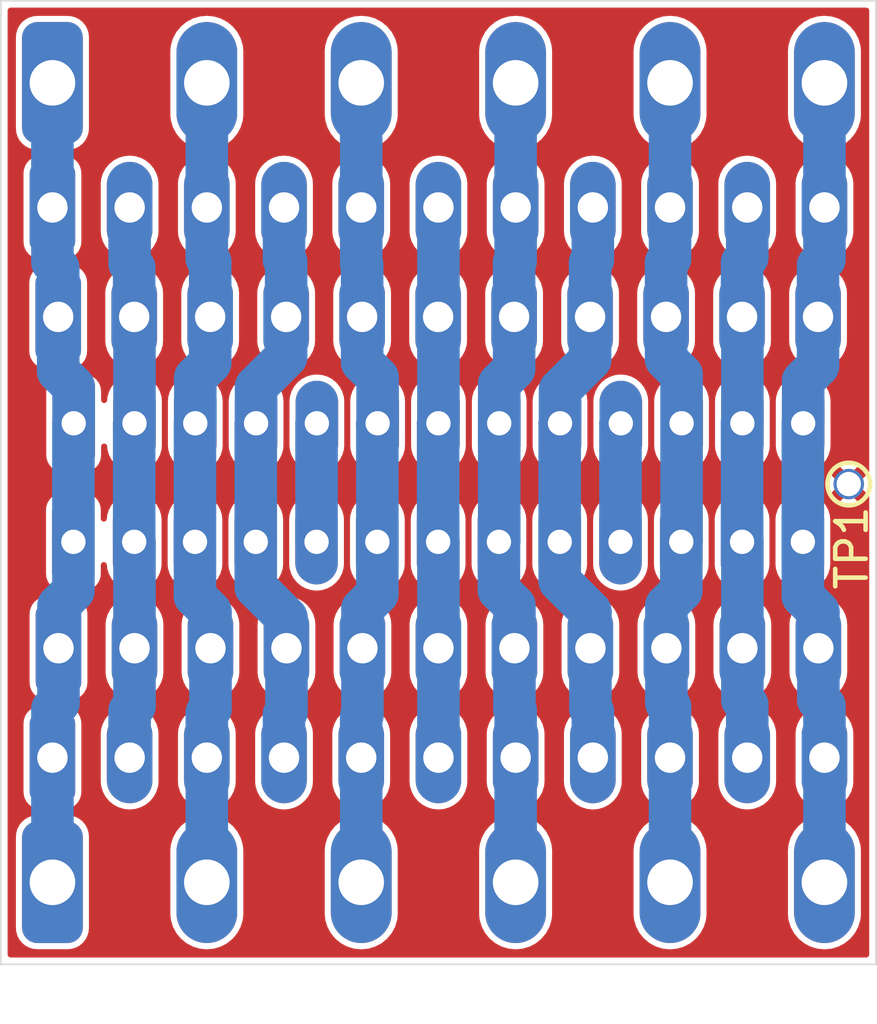
<source format=kicad_pcb>
(kicad_pcb (version 20171130) (host pcbnew 5.1.6-c6e7f7d~86~ubuntu19.10.1)

  (general
    (thickness 1.6)
    (drawings 4)
    (tracks 161)
    (zones 0)
    (modules 9)
    (nets 15)
  )

  (page A4)
  (layers
    (0 F.Cu signal)
    (31 B.Cu signal)
    (32 B.Adhes user)
    (33 F.Adhes user)
    (34 B.Paste user)
    (35 F.Paste user)
    (36 B.SilkS user)
    (37 F.SilkS user)
    (38 B.Mask user)
    (39 F.Mask user)
    (40 Dwgs.User user)
    (41 Cmts.User user)
    (42 Eco1.User user)
    (43 Eco2.User user)
    (44 Edge.Cuts user)
    (45 Margin user)
    (46 B.CrtYd user)
    (47 F.CrtYd user)
    (48 B.Fab user)
    (49 F.Fab user)
  )

  (setup
    (last_trace_width 1.4)
    (user_trace_width 0.2)
    (user_trace_width 0.3)
    (user_trace_width 0.4)
    (user_trace_width 0.6)
    (user_trace_width 0.8)
    (user_trace_width 1)
    (user_trace_width 1.2)
    (user_trace_width 1.4)
    (user_trace_width 1.6)
    (user_trace_width 2)
    (trace_clearance 0.2)
    (zone_clearance 0.2)
    (zone_45_only no)
    (trace_min 0.1524)
    (via_size 0.8)
    (via_drill 0.4)
    (via_min_size 0.381)
    (via_min_drill 0.254)
    (user_via 0.4 0.254)
    (user_via 0.5 0.3)
    (user_via 0.6 0.4)
    (user_via 0.8 0.6)
    (user_via 1.1 0.8)
    (user_via 1.3 1)
    (user_via 1.5 1.2)
    (user_via 1.7 1.4)
    (user_via 1.9 1.6)
    (user_via 2.5 2)
    (uvia_size 0.3)
    (uvia_drill 0.1)
    (uvias_allowed no)
    (uvia_min_size 0.2)
    (uvia_min_drill 0.1)
    (edge_width 0.05)
    (segment_width 0.2)
    (pcb_text_width 0.3)
    (pcb_text_size 1.5 1.5)
    (mod_edge_width 0.12)
    (mod_text_size 0.8 0.8)
    (mod_text_width 0.12)
    (pad_size 1.524 1.524)
    (pad_drill 0.762)
    (pad_to_mask_clearance 0.0762)
    (solder_mask_min_width 0.1016)
    (pad_to_paste_clearance_ratio -0.1)
    (aux_axis_origin 0 0)
    (visible_elements FFFFFF7F)
    (pcbplotparams
      (layerselection 0x010fc_ffffffff)
      (usegerberextensions false)
      (usegerberattributes true)
      (usegerberadvancedattributes true)
      (creategerberjobfile true)
      (excludeedgelayer true)
      (linewidth 0.100000)
      (plotframeref false)
      (viasonmask false)
      (mode 1)
      (useauxorigin false)
      (hpglpennumber 1)
      (hpglpenspeed 20)
      (hpglpendiameter 15.000000)
      (psnegative false)
      (psa4output false)
      (plotreference true)
      (plotvalue true)
      (plotinvisibletext false)
      (padsonsilk false)
      (subtractmaskfromsilk false)
      (outputformat 1)
      (mirror false)
      (drillshape 1)
      (scaleselection 1)
      (outputdirectory ""))
  )

  (net 0 "")
  (net 1 /PIN_11)
  (net 2 /PIN_10)
  (net 3 /PIN_09)
  (net 4 /PIN_08)
  (net 5 /PIN_07)
  (net 6 /PIN_06)
  (net 7 /PIN_05)
  (net 8 /PIN_04)
  (net 9 /PIN_03)
  (net 10 /PIN_02)
  (net 11 /PIN_01)
  (net 12 /PIN_13)
  (net 13 /PIN_12)
  (net 14 GND)

  (net_class Default "This is the default net class."
    (clearance 0.2)
    (trace_width 0.25)
    (via_dia 0.8)
    (via_drill 0.4)
    (uvia_dia 0.3)
    (uvia_drill 0.1)
    (add_net /PIN_01)
    (add_net /PIN_02)
    (add_net /PIN_03)
    (add_net /PIN_04)
    (add_net /PIN_05)
    (add_net /PIN_06)
    (add_net /PIN_07)
    (add_net /PIN_08)
    (add_net /PIN_09)
    (add_net /PIN_10)
    (add_net /PIN_11)
    (add_net /PIN_12)
    (add_net /PIN_13)
    (add_net GND)
  )

  (module SquantorTestPoints:TestPoint_Hole_D0.8mm (layer F.Cu) (tedit 5CAA6657) (tstamp 5EE93ADE)
    (at 212.9 78.1)
    (path /5EE9DF4A)
    (fp_text reference TP1 (at 0.1 2.1 90) (layer F.SilkS)
      (effects (font (size 1 1) (thickness 0.15)))
    )
    (fp_text value testpad (at 0 1.9) (layer F.Fab) hide
      (effects (font (size 1 1) (thickness 0.15)))
    )
    (fp_circle (center 0 0) (end 0.7 0) (layer F.SilkS) (width 0.15))
    (pad 1 thru_hole circle (at 0 0) (size 1 1) (drill 0.8) (layers *.Cu *.Mask)
      (net 14 GND))
  )

  (module SquantorConnectors:hole_row-0200-1X13-H008-ELONG (layer F.Cu) (tedit 5EE7D23A) (tstamp 5EE92F8B)
    (at 199.39 80)
    (path /5EEBFDBE)
    (fp_text reference J8 (at 0 -3) (layer F.SilkS) hide
      (effects (font (size 1 1) (thickness 0.15)))
    )
    (fp_text value Conn_01x13 (at 0 3) (layer F.Fab)
      (effects (font (size 1 1) (thickness 0.15)))
    )
    (pad 13 thru_hole oval (at 12 0) (size 1.4 2.8) (drill 0.8) (layers *.Cu *.Mask)
      (net 12 /PIN_13))
    (pad 12 thru_hole oval (at 10 0) (size 1.4 2.8) (drill 0.8) (layers *.Cu *.Mask)
      (net 13 /PIN_12))
    (pad 11 thru_hole oval (at 8 0) (size 1.4 2.8) (drill 0.8) (layers *.Cu *.Mask)
      (net 1 /PIN_11))
    (pad 10 thru_hole oval (at 6 0) (size 1.4 2.8) (drill 0.8) (layers *.Cu *.Mask)
      (net 2 /PIN_10))
    (pad 9 thru_hole oval (at 4 0) (size 1.4 2.8) (drill 0.8) (layers *.Cu *.Mask)
      (net 3 /PIN_09))
    (pad 8 thru_hole oval (at 2 0) (size 1.4 2.8) (drill 0.8) (layers *.Cu *.Mask)
      (net 4 /PIN_08))
    (pad 7 thru_hole oval (at 0 0) (size 1.4 2.8) (drill 0.8) (layers *.Cu *.Mask)
      (net 5 /PIN_07))
    (pad 6 thru_hole oval (at -2 0) (size 1.4 2.8) (drill 0.8) (layers *.Cu *.Mask)
      (net 6 /PIN_06))
    (pad 5 thru_hole oval (at -4 0) (size 1.4 2.8) (drill 0.8) (layers *.Cu *.Mask)
      (net 7 /PIN_05))
    (pad 4 thru_hole oval (at -6 0) (size 1.4 2.8) (drill 0.8) (layers *.Cu *.Mask)
      (net 8 /PIN_04))
    (pad 3 thru_hole oval (at -8 0) (size 1.4 2.8) (drill 0.8) (layers *.Cu *.Mask)
      (net 9 /PIN_03))
    (pad 2 thru_hole oval (at -10 0) (size 1.4 2.8) (drill 0.8) (layers *.Cu *.Mask)
      (net 10 /PIN_02))
    (pad 1 thru_hole roundrect (at -12 0) (size 1.4 2.8) (drill 0.8) (layers *.Cu *.Mask) (roundrect_rratio 0.25)
      (net 11 /PIN_01))
  )

  (module SquantorConnectors:hole_row-0200-1X13-H008-ELONG (layer F.Cu) (tedit 5EE7D23A) (tstamp 5EE92FBB)
    (at 199.4 76.1)
    (path /5EEBAD14)
    (fp_text reference J7 (at 0 -3) (layer F.SilkS) hide
      (effects (font (size 1 1) (thickness 0.15)))
    )
    (fp_text value Conn_01x13 (at 0 3) (layer F.Fab)
      (effects (font (size 1 1) (thickness 0.15)))
    )
    (pad 13 thru_hole oval (at 12 0) (size 1.4 2.8) (drill 0.8) (layers *.Cu *.Mask)
      (net 12 /PIN_13))
    (pad 12 thru_hole oval (at 10 0) (size 1.4 2.8) (drill 0.8) (layers *.Cu *.Mask)
      (net 13 /PIN_12))
    (pad 11 thru_hole oval (at 8 0) (size 1.4 2.8) (drill 0.8) (layers *.Cu *.Mask)
      (net 1 /PIN_11))
    (pad 10 thru_hole oval (at 6 0) (size 1.4 2.8) (drill 0.8) (layers *.Cu *.Mask)
      (net 2 /PIN_10))
    (pad 9 thru_hole oval (at 4 0) (size 1.4 2.8) (drill 0.8) (layers *.Cu *.Mask)
      (net 3 /PIN_09))
    (pad 8 thru_hole oval (at 2 0) (size 1.4 2.8) (drill 0.8) (layers *.Cu *.Mask)
      (net 4 /PIN_08))
    (pad 7 thru_hole oval (at 0 0) (size 1.4 2.8) (drill 0.8) (layers *.Cu *.Mask)
      (net 5 /PIN_07))
    (pad 6 thru_hole oval (at -2 0) (size 1.4 2.8) (drill 0.8) (layers *.Cu *.Mask)
      (net 6 /PIN_06))
    (pad 5 thru_hole oval (at -4 0) (size 1.4 2.8) (drill 0.8) (layers *.Cu *.Mask)
      (net 7 /PIN_05))
    (pad 4 thru_hole oval (at -6 0) (size 1.4 2.8) (drill 0.8) (layers *.Cu *.Mask)
      (net 8 /PIN_04))
    (pad 3 thru_hole oval (at -8 0) (size 1.4 2.8) (drill 0.8) (layers *.Cu *.Mask)
      (net 9 /PIN_03))
    (pad 2 thru_hole oval (at -10 0) (size 1.4 2.8) (drill 0.8) (layers *.Cu *.Mask)
      (net 10 /PIN_02))
    (pad 1 thru_hole roundrect (at -12 0) (size 1.4 2.8) (drill 0.8) (layers *.Cu *.Mask) (roundrect_rratio 0.25)
      (net 11 /PIN_01))
  )

  (module SquantorConnectors:hole_row-0250-1X11-H010-ELONG (layer F.Cu) (tedit 5EE7CE54) (tstamp 5EE92F5F)
    (at 199.39 72.6)
    (path /5EEA521E)
    (fp_text reference J5 (at 0 -2.5) (layer F.SilkS) hide
      (effects (font (size 1 1) (thickness 0.15)))
    )
    (fp_text value Conn_01x11 (at 0 2.5) (layer F.Fab)
      (effects (font (size 1 1) (thickness 0.15)))
    )
    (pad 11 thru_hole oval (at 12.5 0) (size 1.5 3) (drill 1) (layers *.Cu *.Mask)
      (net 12 /PIN_13))
    (pad 10 thru_hole oval (at 10 0) (size 1.5 3) (drill 1) (layers *.Cu *.Mask)
      (net 13 /PIN_12))
    (pad 9 thru_hole oval (at 7.5 0) (size 1.5 3) (drill 1) (layers *.Cu *.Mask)
      (net 1 /PIN_11))
    (pad 8 thru_hole oval (at 5 0) (size 1.5 3) (drill 1) (layers *.Cu *.Mask)
      (net 3 /PIN_09))
    (pad 7 thru_hole oval (at 2.5 0) (size 1.5 3) (drill 1) (layers *.Cu *.Mask)
      (net 4 /PIN_08))
    (pad 6 thru_hole oval (at 0 0) (size 1.5 3) (drill 1) (layers *.Cu *.Mask)
      (net 5 /PIN_07))
    (pad 5 thru_hole oval (at -2.5 0) (size 1.5 3) (drill 1) (layers *.Cu *.Mask)
      (net 6 /PIN_06))
    (pad 4 thru_hole oval (at -5 0) (size 1.5 3) (drill 1) (layers *.Cu *.Mask)
      (net 8 /PIN_04))
    (pad 3 thru_hole oval (at -7.5 0) (size 1.5 3) (drill 1) (layers *.Cu *.Mask)
      (net 9 /PIN_03))
    (pad 2 thru_hole oval (at -10 0) (size 1.5 3) (drill 1) (layers *.Cu *.Mask)
      (net 10 /PIN_02))
    (pad 1 thru_hole roundrect (at -12.5 0) (size 1.5 3) (drill 1) (layers *.Cu *.Mask) (roundrect_rratio 0.25)
      (net 11 /PIN_01))
  )

  (module SquantorConnectors:hole_row-0250-1X11-H010-ELONG (layer F.Cu) (tedit 5EE7CE54) (tstamp 5EE93004)
    (at 199.4 83.5)
    (path /5EEA94DF)
    (fp_text reference J6 (at 0 -2.5) (layer F.SilkS) hide
      (effects (font (size 1 1) (thickness 0.15)))
    )
    (fp_text value Conn_01x11 (at 0 2.5) (layer F.Fab)
      (effects (font (size 1 1) (thickness 0.15)))
    )
    (pad 11 thru_hole oval (at 12.5 0) (size 1.5 3) (drill 1) (layers *.Cu *.Mask)
      (net 12 /PIN_13))
    (pad 10 thru_hole oval (at 10 0) (size 1.5 3) (drill 1) (layers *.Cu *.Mask)
      (net 13 /PIN_12))
    (pad 9 thru_hole oval (at 7.5 0) (size 1.5 3) (drill 1) (layers *.Cu *.Mask)
      (net 1 /PIN_11))
    (pad 8 thru_hole oval (at 5 0) (size 1.5 3) (drill 1) (layers *.Cu *.Mask)
      (net 3 /PIN_09))
    (pad 7 thru_hole oval (at 2.5 0) (size 1.5 3) (drill 1) (layers *.Cu *.Mask)
      (net 4 /PIN_08))
    (pad 6 thru_hole oval (at 0 0) (size 1.5 3) (drill 1) (layers *.Cu *.Mask)
      (net 5 /PIN_07))
    (pad 5 thru_hole oval (at -2.5 0) (size 1.5 3) (drill 1) (layers *.Cu *.Mask)
      (net 6 /PIN_06))
    (pad 4 thru_hole oval (at -5 0) (size 1.5 3) (drill 1) (layers *.Cu *.Mask)
      (net 8 /PIN_04))
    (pad 3 thru_hole oval (at -7.5 0) (size 1.5 3) (drill 1) (layers *.Cu *.Mask)
      (net 9 /PIN_03))
    (pad 2 thru_hole oval (at -10 0) (size 1.5 3) (drill 1) (layers *.Cu *.Mask)
      (net 10 /PIN_02))
    (pad 1 thru_hole roundrect (at -12.5 0) (size 1.5 3) (drill 1) (layers *.Cu *.Mask) (roundrect_rratio 0.25)
      (net 11 /PIN_01))
  )

  (module SquantorConnectors:hole_row-0254-1X11-H010-ELONG (layer F.Cu) (tedit 5EE7CAC7) (tstamp 5EE9302E)
    (at 199.4 87.1)
    (path /5EE8F5C8)
    (fp_text reference J4 (at 0 -3.81) (layer F.SilkS) hide
      (effects (font (size 1 1) (thickness 0.15)))
    )
    (fp_text value Conn_01x11 (at 0 3.81) (layer F.Fab)
      (effects (font (size 1 1) (thickness 0.15)))
    )
    (pad 11 thru_hole oval (at 12.7 0) (size 1.5 3) (drill 1) (layers *.Cu *.Mask)
      (net 12 /PIN_13))
    (pad 10 thru_hole oval (at 10.16 0) (size 1.5 3) (drill 1) (layers *.Cu *.Mask)
      (net 13 /PIN_12))
    (pad 9 thru_hole oval (at 7.62 0) (size 1.5 3) (drill 1) (layers *.Cu *.Mask)
      (net 1 /PIN_11))
    (pad 8 thru_hole oval (at 5.08 0) (size 1.5 3) (drill 1) (layers *.Cu *.Mask)
      (net 3 /PIN_09))
    (pad 7 thru_hole oval (at 2.54 0) (size 1.5 3) (drill 1) (layers *.Cu *.Mask)
      (net 4 /PIN_08))
    (pad 6 thru_hole oval (at 0 0) (size 1.5 3) (drill 1) (layers *.Cu *.Mask)
      (net 5 /PIN_07))
    (pad 5 thru_hole oval (at -2.54 0) (size 1.5 3) (drill 1) (layers *.Cu *.Mask)
      (net 6 /PIN_06))
    (pad 4 thru_hole oval (at -5.08 0) (size 1.5 3) (drill 1) (layers *.Cu *.Mask)
      (net 8 /PIN_04))
    (pad 3 thru_hole oval (at -7.62 0) (size 1.5 3) (drill 1) (layers *.Cu *.Mask)
      (net 9 /PIN_03))
    (pad 2 thru_hole oval (at -10.16 0) (size 1.5 3) (drill 1) (layers *.Cu *.Mask)
      (net 10 /PIN_02))
    (pad 1 thru_hole roundrect (at -12.7 0) (size 1.5 3) (drill 1) (layers *.Cu *.Mask) (roundrect_rratio 0.25)
      (net 11 /PIN_01))
  )

  (module SquantorConnectors:hole_row-0508-1X06-H015-ELONG (layer F.Cu) (tedit 5EE7C91A) (tstamp 5EE93053)
    (at 199.4 91.2)
    (tags "generic hole row")
    (path /5EE82071)
    (fp_text reference J3 (at 0 -3.81) (layer F.SilkS) hide
      (effects (font (size 1 1) (thickness 0.15)))
    )
    (fp_text value Conn_01x06 (at 0 3.81) (layer F.Fab)
      (effects (font (size 1 1) (thickness 0.15)))
    )
    (pad 6 thru_hole oval (at 12.7 0) (size 2 4) (drill 1.5) (layers *.Cu *.Mask)
      (net 12 /PIN_13))
    (pad 5 thru_hole oval (at 7.62 0) (size 2 4) (drill 1.5) (layers *.Cu *.Mask)
      (net 1 /PIN_11))
    (pad 4 thru_hole oval (at 2.54 0) (size 2 4) (drill 1.5) (layers *.Cu *.Mask)
      (net 4 /PIN_08))
    (pad 3 thru_hole oval (at -2.54 0) (size 2 4) (drill 1.5) (layers *.Cu *.Mask)
      (net 6 /PIN_06))
    (pad 2 thru_hole oval (at -7.62 0) (size 2 4) (drill 1.5) (layers *.Cu *.Mask)
      (net 9 /PIN_03))
    (pad 1 thru_hole roundrect (at -12.7 0) (size 2 4) (drill 1.5) (layers *.Cu *.Mask) (roundrect_rratio 0.25)
      (net 11 /PIN_01))
  )

  (module SquantorConnectors:hole_row-0508-1X06-H015-ELONG (layer F.Cu) (tedit 5EE7C91A) (tstamp 5EE92FE4)
    (at 199.4 64.9)
    (tags "generic hole row")
    (path /5EE7FFB1)
    (fp_text reference J2 (at -10.3 0) (layer F.SilkS) hide
      (effects (font (size 1 1) (thickness 0.15)))
    )
    (fp_text value Conn_01x06 (at 0 3.81) (layer F.Fab)
      (effects (font (size 1 1) (thickness 0.15)))
    )
    (pad 6 thru_hole oval (at 12.7 0) (size 2 4) (drill 1.5) (layers *.Cu *.Mask)
      (net 12 /PIN_13))
    (pad 5 thru_hole oval (at 7.62 0) (size 2 4) (drill 1.5) (layers *.Cu *.Mask)
      (net 1 /PIN_11))
    (pad 4 thru_hole oval (at 2.54 0) (size 2 4) (drill 1.5) (layers *.Cu *.Mask)
      (net 4 /PIN_08))
    (pad 3 thru_hole oval (at -2.54 0) (size 2 4) (drill 1.5) (layers *.Cu *.Mask)
      (net 6 /PIN_06))
    (pad 2 thru_hole oval (at -7.62 0) (size 2 4) (drill 1.5) (layers *.Cu *.Mask)
      (net 9 /PIN_03))
    (pad 1 thru_hole roundrect (at -12.7 0) (size 2 4) (drill 1.5) (layers *.Cu *.Mask) (roundrect_rratio 0.25)
      (net 11 /PIN_01))
  )

  (module SquantorConnectors:hole_row-0254-1X11-H010-ELONG (layer F.Cu) (tedit 5EE7CAC7) (tstamp 5EE92F35)
    (at 199.4 69)
    (path /5EE87913)
    (fp_text reference J1 (at -5.3 -4.2) (layer F.SilkS) hide
      (effects (font (size 1 1) (thickness 0.15)))
    )
    (fp_text value Conn_01x11 (at 0 3.81) (layer F.Fab)
      (effects (font (size 1 1) (thickness 0.15)))
    )
    (pad 11 thru_hole oval (at 12.7 0) (size 1.5 3) (drill 1) (layers *.Cu *.Mask)
      (net 12 /PIN_13))
    (pad 10 thru_hole oval (at 10.16 0) (size 1.5 3) (drill 1) (layers *.Cu *.Mask)
      (net 13 /PIN_12))
    (pad 9 thru_hole oval (at 7.62 0) (size 1.5 3) (drill 1) (layers *.Cu *.Mask)
      (net 1 /PIN_11))
    (pad 8 thru_hole oval (at 5.08 0) (size 1.5 3) (drill 1) (layers *.Cu *.Mask)
      (net 3 /PIN_09))
    (pad 7 thru_hole oval (at 2.54 0) (size 1.5 3) (drill 1) (layers *.Cu *.Mask)
      (net 4 /PIN_08))
    (pad 6 thru_hole oval (at 0 0) (size 1.5 3) (drill 1) (layers *.Cu *.Mask)
      (net 5 /PIN_07))
    (pad 5 thru_hole oval (at -2.54 0) (size 1.5 3) (drill 1) (layers *.Cu *.Mask)
      (net 6 /PIN_06))
    (pad 4 thru_hole oval (at -5.08 0) (size 1.5 3) (drill 1) (layers *.Cu *.Mask)
      (net 8 /PIN_04))
    (pad 3 thru_hole oval (at -7.62 0) (size 1.5 3) (drill 1) (layers *.Cu *.Mask)
      (net 9 /PIN_03))
    (pad 2 thru_hole oval (at -10.16 0) (size 1.5 3) (drill 1) (layers *.Cu *.Mask)
      (net 10 /PIN_02))
    (pad 1 thru_hole roundrect (at -12.7 0) (size 1.5 3) (drill 1) (layers *.Cu *.Mask) (roundrect_rratio 0.25)
      (net 11 /PIN_01))
  )

  (gr_line (start 185 62.2) (end 185 93.9) (layer Edge.Cuts) (width 0.05) (tstamp 5EE93065))
  (gr_line (start 213.8 62.2) (end 185 62.2) (layer Edge.Cuts) (width 0.05))
  (gr_line (start 213.8 93.9) (end 213.8 62.2) (layer Edge.Cuts) (width 0.05))
  (gr_line (start 185 93.9) (end 213.8 93.9) (layer Edge.Cuts) (width 0.05))

  (segment (start 207.02 91.2) (end 207.02 87.1) (width 1.4) (layer B.Cu) (net 1))
  (segment (start 207.4 79.99) (end 207.39 80) (width 1.4) (layer B.Cu) (net 1))
  (segment (start 207.4 76.1) (end 207.4 79.99) (width 1.4) (layer B.Cu) (net 1))
  (segment (start 207.02 69) (end 207.02 64.9) (width 1.4) (layer B.Cu) (net 1))
  (segment (start 207.02 87.1) (end 207.02 85.42) (width 1.4) (layer B.Cu) (net 1))
  (segment (start 206.9 85.3) (end 206.9 83.5) (width 1.4) (layer B.Cu) (net 1))
  (segment (start 207.02 85.42) (end 206.9 85.3) (width 1.4) (layer B.Cu) (net 1))
  (segment (start 206.9 83.5) (end 206.9 82.1) (width 1.4) (layer B.Cu) (net 1))
  (segment (start 207.39 81.61) (end 207.39 80) (width 1.4) (layer B.Cu) (net 1))
  (segment (start 206.9 82.1) (end 207.39 81.61) (width 1.4) (layer B.Cu) (net 1))
  (segment (start 207.4 76.1) (end 207.4 74.5) (width 1.4) (layer B.Cu) (net 1))
  (segment (start 206.89 73.99) (end 206.89 72.6) (width 1.4) (layer B.Cu) (net 1))
  (segment (start 207.4 74.5) (end 206.89 73.99) (width 1.4) (layer B.Cu) (net 1))
  (segment (start 206.89 72.6) (end 206.89 70.81) (width 1.4) (layer B.Cu) (net 1))
  (segment (start 207.02 70.68) (end 207.02 69) (width 1.4) (layer B.Cu) (net 1))
  (segment (start 206.89 70.81) (end 207.02 70.68) (width 1.4) (layer B.Cu) (net 1))
  (segment (start 205.39 76.11) (end 205.4 76.1) (width 1.4) (layer B.Cu) (net 2))
  (segment (start 205.39 80) (end 205.39 76.11) (width 1.4) (layer B.Cu) (net 2))
  (segment (start 203.39 76.11) (end 203.4 76.1) (width 1.4) (layer B.Cu) (net 3))
  (segment (start 203.39 80) (end 203.39 76.11) (width 1.4) (layer B.Cu) (net 3))
  (segment (start 204.48 87.1) (end 204.48 85.58) (width 1.4) (layer B.Cu) (net 3))
  (segment (start 204.4 85.5) (end 204.4 83.5) (width 1.4) (layer B.Cu) (net 3))
  (segment (start 204.48 85.58) (end 204.4 85.5) (width 1.4) (layer B.Cu) (net 3))
  (segment (start 204.4 83.5) (end 204.4 82.3) (width 1.4) (layer B.Cu) (net 3))
  (segment (start 203.39 81.29) (end 203.39 80) (width 1.4) (layer B.Cu) (net 3))
  (segment (start 204.4 82.3) (end 203.39 81.29) (width 1.4) (layer B.Cu) (net 3))
  (segment (start 203.4 76.1) (end 203.4 75) (width 1.4) (layer B.Cu) (net 3))
  (segment (start 204.39 74.01) (end 204.39 72.6) (width 1.4) (layer B.Cu) (net 3))
  (segment (start 203.4 75) (end 204.39 74.01) (width 1.4) (layer B.Cu) (net 3))
  (segment (start 204.39 72.6) (end 204.39 70.81) (width 1.4) (layer B.Cu) (net 3))
  (segment (start 204.48 70.72) (end 204.48 69) (width 1.4) (layer B.Cu) (net 3))
  (segment (start 204.39 70.81) (end 204.48 70.72) (width 1.4) (layer B.Cu) (net 3))
  (segment (start 201.94 91.2) (end 201.94 87.1) (width 1.4) (layer B.Cu) (net 4))
  (segment (start 201.4 79.99) (end 201.39 80) (width 1.4) (layer B.Cu) (net 4))
  (segment (start 201.4 76.1) (end 201.4 79.99) (width 1.4) (layer B.Cu) (net 4))
  (segment (start 201.94 69) (end 201.94 64.9) (width 1.4) (layer B.Cu) (net 4))
  (segment (start 201.94 87.1) (end 201.94 85.54) (width 1.4) (layer B.Cu) (net 4))
  (segment (start 201.9 85.5) (end 201.9 83.5) (width 1.4) (layer B.Cu) (net 4))
  (segment (start 201.94 85.54) (end 201.9 85.5) (width 1.4) (layer B.Cu) (net 4))
  (segment (start 201.9 83.5) (end 201.9 82.1) (width 1.4) (layer B.Cu) (net 4))
  (segment (start 201.39 81.59) (end 201.39 80) (width 1.4) (layer B.Cu) (net 4))
  (segment (start 201.9 82.1) (end 201.39 81.59) (width 1.4) (layer B.Cu) (net 4))
  (segment (start 201.4 76.1) (end 201.4 74.8) (width 1.4) (layer B.Cu) (net 4))
  (segment (start 201.89 74.31) (end 201.89 72.6) (width 1.4) (layer B.Cu) (net 4))
  (segment (start 201.4 74.8) (end 201.89 74.31) (width 1.4) (layer B.Cu) (net 4))
  (segment (start 201.89 72.6) (end 201.89 70.81) (width 1.4) (layer B.Cu) (net 4))
  (segment (start 201.94 70.76) (end 201.94 69) (width 1.4) (layer B.Cu) (net 4))
  (segment (start 201.89 70.81) (end 201.94 70.76) (width 1.4) (layer B.Cu) (net 4))
  (segment (start 199.39 76.11) (end 199.4 76.1) (width 1.4) (layer B.Cu) (net 5))
  (segment (start 199.39 80) (end 199.39 76.11) (width 1.4) (layer B.Cu) (net 5))
  (segment (start 199.4 72.59) (end 199.39 72.6) (width 1.4) (layer B.Cu) (net 5))
  (segment (start 199.4 69) (end 199.4 72.59) (width 1.4) (layer B.Cu) (net 5))
  (segment (start 199.4 87.1) (end 199.4 83.5) (width 1.4) (layer B.Cu) (net 5))
  (segment (start 199.4 80.01) (end 199.39 80) (width 1.4) (layer B.Cu) (net 5))
  (segment (start 199.4 83.5) (end 199.4 80.01) (width 1.4) (layer B.Cu) (net 5))
  (segment (start 199.4 72.61) (end 199.39 72.6) (width 1.4) (layer B.Cu) (net 5))
  (segment (start 199.4 76.1) (end 199.4 72.61) (width 1.4) (layer B.Cu) (net 5))
  (segment (start 196.86 91.2) (end 196.86 87.1) (width 1.4) (layer B.Cu) (net 6))
  (segment (start 197.39 76.11) (end 197.4 76.1) (width 1.4) (layer B.Cu) (net 6))
  (segment (start 197.39 80) (end 197.39 76.11) (width 1.4) (layer B.Cu) (net 6))
  (segment (start 196.86 69) (end 196.86 64.9) (width 1.4) (layer B.Cu) (net 6))
  (segment (start 196.86 87.1) (end 196.86 85.74) (width 1.4) (layer B.Cu) (net 6))
  (segment (start 196.9 85.7) (end 196.9 83.5) (width 1.4) (layer B.Cu) (net 6))
  (segment (start 196.86 85.74) (end 196.9 85.7) (width 1.4) (layer B.Cu) (net 6))
  (segment (start 196.9 83.5) (end 196.9 82.2) (width 1.4) (layer B.Cu) (net 6))
  (segment (start 197.39 81.71) (end 197.39 80) (width 1.4) (layer B.Cu) (net 6))
  (segment (start 196.9 82.2) (end 197.39 81.71) (width 1.4) (layer B.Cu) (net 6))
  (segment (start 197.4 76.1) (end 197.4 74.6) (width 1.4) (layer B.Cu) (net 6))
  (segment (start 196.89 74.09) (end 196.89 72.6) (width 1.4) (layer B.Cu) (net 6))
  (segment (start 197.4 74.6) (end 196.89 74.09) (width 1.4) (layer B.Cu) (net 6))
  (segment (start 196.89 72.6) (end 196.89 70.89) (width 1.4) (layer B.Cu) (net 6))
  (segment (start 196.86 70.86) (end 196.86 69) (width 1.4) (layer B.Cu) (net 6))
  (segment (start 196.89 70.89) (end 196.86 70.86) (width 1.4) (layer B.Cu) (net 6))
  (segment (start 195.39 76.11) (end 195.4 76.1) (width 1.4) (layer B.Cu) (net 7))
  (segment (start 195.39 80) (end 195.39 76.11) (width 1.4) (layer B.Cu) (net 7))
  (segment (start 193.39 76.11) (end 193.4 76.1) (width 1.4) (layer B.Cu) (net 8))
  (segment (start 193.39 80) (end 193.39 76.11) (width 1.4) (layer B.Cu) (net 8))
  (segment (start 194.32 87.1) (end 194.32 85.68) (width 1.4) (layer B.Cu) (net 8))
  (segment (start 194.4 85.6) (end 194.4 83.5) (width 1.4) (layer B.Cu) (net 8))
  (segment (start 194.32 85.68) (end 194.4 85.6) (width 1.4) (layer B.Cu) (net 8))
  (segment (start 194.4 83.5) (end 194.4 82.5) (width 1.4) (layer B.Cu) (net 8))
  (segment (start 193.39 81.49) (end 193.39 80) (width 1.4) (layer B.Cu) (net 8))
  (segment (start 194.4 82.5) (end 193.39 81.49) (width 1.4) (layer B.Cu) (net 8))
  (segment (start 193.4 76.1) (end 193.4 74.9) (width 1.4) (layer B.Cu) (net 8))
  (segment (start 194.39 73.91) (end 194.39 72.6) (width 1.4) (layer B.Cu) (net 8))
  (segment (start 193.4 74.9) (end 194.39 73.91) (width 1.4) (layer B.Cu) (net 8))
  (segment (start 194.39 72.6) (end 194.39 70.79) (width 1.4) (layer B.Cu) (net 8))
  (segment (start 194.32 70.72) (end 194.32 69) (width 1.4) (layer B.Cu) (net 8))
  (segment (start 194.39 70.79) (end 194.32 70.72) (width 1.4) (layer B.Cu) (net 8))
  (segment (start 191.78 91.2) (end 191.78 87.1) (width 1.4) (layer B.Cu) (net 9))
  (segment (start 191.39 76.11) (end 191.4 76.1) (width 1.4) (layer B.Cu) (net 9))
  (segment (start 191.39 80) (end 191.39 76.11) (width 1.4) (layer B.Cu) (net 9))
  (segment (start 191.78 69) (end 191.78 64.9) (width 1.4) (layer B.Cu) (net 9))
  (segment (start 191.78 87.1) (end 191.78 85.62) (width 1.4) (layer B.Cu) (net 9))
  (segment (start 191.9 85.5) (end 191.9 83.5) (width 1.4) (layer B.Cu) (net 9))
  (segment (start 191.78 85.62) (end 191.9 85.5) (width 1.4) (layer B.Cu) (net 9))
  (segment (start 191.9 83.5) (end 191.9 82.3) (width 1.4) (layer B.Cu) (net 9))
  (segment (start 191.39 81.79) (end 191.39 80) (width 1.4) (layer B.Cu) (net 9))
  (segment (start 191.9 82.3) (end 191.39 81.79) (width 1.4) (layer B.Cu) (net 9))
  (segment (start 191.4 76.1) (end 191.4 74.6) (width 1.4) (layer B.Cu) (net 9))
  (segment (start 191.89 74.11) (end 191.89 72.6) (width 1.4) (layer B.Cu) (net 9))
  (segment (start 191.4 74.6) (end 191.89 74.11) (width 1.4) (layer B.Cu) (net 9))
  (segment (start 191.89 72.6) (end 191.89 70.79) (width 1.4) (layer B.Cu) (net 9))
  (segment (start 191.78 70.68) (end 191.78 69) (width 1.4) (layer B.Cu) (net 9))
  (segment (start 191.89 70.79) (end 191.78 70.68) (width 1.4) (layer B.Cu) (net 9))
  (segment (start 189.39 76.11) (end 189.4 76.1) (width 1.4) (layer B.Cu) (net 10))
  (segment (start 189.39 80) (end 189.39 76.11) (width 1.4) (layer B.Cu) (net 10))
  (segment (start 189.24 87.1) (end 189.24 85.56) (width 1.4) (layer B.Cu) (net 10))
  (segment (start 189.4 85.4) (end 189.4 83.5) (width 1.4) (layer B.Cu) (net 10))
  (segment (start 189.24 85.56) (end 189.4 85.4) (width 1.4) (layer B.Cu) (net 10))
  (segment (start 189.4 80.01) (end 189.39 80) (width 1.4) (layer B.Cu) (net 10))
  (segment (start 189.4 83.5) (end 189.4 80.01) (width 1.4) (layer B.Cu) (net 10))
  (segment (start 189.4 72.61) (end 189.39 72.6) (width 1.4) (layer B.Cu) (net 10))
  (segment (start 189.4 76.1) (end 189.4 72.61) (width 1.4) (layer B.Cu) (net 10))
  (segment (start 189.39 72.6) (end 189.39 70.99) (width 1.4) (layer B.Cu) (net 10))
  (segment (start 189.24 70.84) (end 189.24 69) (width 1.4) (layer B.Cu) (net 10))
  (segment (start 189.39 70.99) (end 189.24 70.84) (width 1.4) (layer B.Cu) (net 10))
  (segment (start 186.7 91.2) (end 186.7 87.1) (width 1.4) (layer B.Cu) (net 11))
  (segment (start 187.39 76.11) (end 187.4 76.1) (width 1.4) (layer B.Cu) (net 11))
  (segment (start 187.39 80) (end 187.39 76.11) (width 1.4) (layer B.Cu) (net 11))
  (segment (start 186.7 69) (end 186.7 64.9) (width 1.4) (layer B.Cu) (net 11))
  (segment (start 186.7 87.1) (end 186.7 85.5) (width 1.4) (layer B.Cu) (net 11))
  (segment (start 186.9 85.3) (end 186.9 83.5) (width 1.4) (layer B.Cu) (net 11))
  (segment (start 186.7 85.5) (end 186.9 85.3) (width 1.4) (layer B.Cu) (net 11))
  (segment (start 186.9 83.5) (end 186.9 82.1) (width 1.4) (layer B.Cu) (net 11))
  (segment (start 187.39 81.61) (end 187.39 80) (width 1.4) (layer B.Cu) (net 11))
  (segment (start 186.9 82.1) (end 187.39 81.61) (width 1.4) (layer B.Cu) (net 11))
  (segment (start 187.4 76.1) (end 187.4 74.9) (width 1.4) (layer B.Cu) (net 11))
  (segment (start 186.89 74.39) (end 186.89 72.6) (width 1.4) (layer B.Cu) (net 11))
  (segment (start 187.4 74.9) (end 186.89 74.39) (width 1.4) (layer B.Cu) (net 11))
  (segment (start 186.89 72.6) (end 186.89 70.99) (width 1.4) (layer B.Cu) (net 11))
  (segment (start 186.7 70.8) (end 186.7 69) (width 1.4) (layer B.Cu) (net 11))
  (segment (start 186.89 70.99) (end 186.7 70.8) (width 1.4) (layer B.Cu) (net 11))
  (segment (start 212.1 91.2) (end 212.1 87.1) (width 1.4) (layer B.Cu) (net 12))
  (segment (start 211.39 76.11) (end 211.4 76.1) (width 1.4) (layer B.Cu) (net 12))
  (segment (start 211.39 80) (end 211.39 76.11) (width 1.4) (layer B.Cu) (net 12))
  (segment (start 212.1 69) (end 212.1 64.9) (width 1.4) (layer B.Cu) (net 12))
  (segment (start 212.1 87.1) (end 212.1 85.4) (width 1.4) (layer B.Cu) (net 12))
  (segment (start 211.9 85.2) (end 211.9 83.5) (width 1.4) (layer B.Cu) (net 12))
  (segment (start 212.1 85.4) (end 211.9 85.2) (width 1.4) (layer B.Cu) (net 12))
  (segment (start 211.9 83.5) (end 211.9 82.3) (width 1.4) (layer B.Cu) (net 12))
  (segment (start 211.39 81.79) (end 211.39 80) (width 1.4) (layer B.Cu) (net 12))
  (segment (start 211.9 82.3) (end 211.39 81.79) (width 1.4) (layer B.Cu) (net 12))
  (segment (start 211.4 76.1) (end 211.4 74.7) (width 1.4) (layer B.Cu) (net 12))
  (segment (start 211.89 74.21) (end 211.89 72.6) (width 1.4) (layer B.Cu) (net 12))
  (segment (start 211.4 74.7) (end 211.89 74.21) (width 1.4) (layer B.Cu) (net 12))
  (segment (start 211.89 72.6) (end 211.89 70.91) (width 1.4) (layer B.Cu) (net 12))
  (segment (start 212.1 70.7) (end 212.1 69) (width 1.4) (layer B.Cu) (net 12))
  (segment (start 211.89 70.91) (end 212.1 70.7) (width 1.4) (layer B.Cu) (net 12))
  (segment (start 209.39 76.11) (end 209.4 76.1) (width 1.4) (layer B.Cu) (net 13))
  (segment (start 209.39 80) (end 209.39 76.11) (width 1.4) (layer B.Cu) (net 13))
  (segment (start 209.56 87.1) (end 209.56 85.36) (width 1.4) (layer B.Cu) (net 13))
  (segment (start 209.4 85.2) (end 209.4 83.5) (width 1.4) (layer B.Cu) (net 13))
  (segment (start 209.56 85.36) (end 209.4 85.2) (width 1.4) (layer B.Cu) (net 13))
  (segment (start 209.4 80.01) (end 209.39 80) (width 1.4) (layer B.Cu) (net 13))
  (segment (start 209.4 83.5) (end 209.4 80.01) (width 1.4) (layer B.Cu) (net 13))
  (segment (start 209.4 72.61) (end 209.39 72.6) (width 1.4) (layer B.Cu) (net 13))
  (segment (start 209.4 76.1) (end 209.4 72.61) (width 1.4) (layer B.Cu) (net 13))
  (segment (start 209.39 72.6) (end 209.39 70.81) (width 1.4) (layer B.Cu) (net 13))
  (segment (start 209.56 70.64) (end 209.56 69) (width 1.4) (layer B.Cu) (net 13))
  (segment (start 209.39 70.81) (end 209.56 70.64) (width 1.4) (layer B.Cu) (net 13))

  (zone (net 14) (net_name GND) (layer F.Cu) (tstamp 5EE942C7) (hatch edge 0.508)
    (connect_pads (clearance 0.2))
    (min_thickness 0.2)
    (fill yes (arc_segments 32) (thermal_gap 0.2) (thermal_bridge_width 0.4))
    (polygon
      (pts
        (xy 213.8 93.9) (xy 185 93.9) (xy 185 62.2) (xy 213.8 62.2)
      )
    )
    (filled_polygon
      (pts
        (xy 213.475001 77.66642) (xy 213.041421 78.1) (xy 213.475 78.533579) (xy 213.475 93.575) (xy 185.325 93.575)
        (xy 185.325 89.7) (xy 185.398549 89.7) (xy 185.398549 92.7) (xy 185.413949 92.856355) (xy 185.459556 93.006702)
        (xy 185.533618 93.145262) (xy 185.633289 93.266711) (xy 185.754738 93.366382) (xy 185.893298 93.440444) (xy 186.043645 93.486051)
        (xy 186.2 93.501451) (xy 187.2 93.501451) (xy 187.356355 93.486051) (xy 187.506702 93.440444) (xy 187.645262 93.366382)
        (xy 187.766711 93.266711) (xy 187.866382 93.145262) (xy 187.940444 93.006702) (xy 187.986051 92.856355) (xy 188.001451 92.7)
        (xy 188.001451 90.136137) (xy 190.48 90.136137) (xy 190.480001 92.263864) (xy 190.498811 92.454845) (xy 190.573146 92.699896)
        (xy 190.693861 92.925736) (xy 190.856314 93.123687) (xy 191.054265 93.28614) (xy 191.280105 93.406855) (xy 191.525156 93.48119)
        (xy 191.78 93.50629) (xy 192.034845 93.48119) (xy 192.279896 93.406855) (xy 192.505736 93.28614) (xy 192.703687 93.123687)
        (xy 192.86614 92.925736) (xy 192.986855 92.699896) (xy 193.06119 92.454845) (xy 193.08 92.263864) (xy 193.08 90.136137)
        (xy 195.56 90.136137) (xy 195.560001 92.263864) (xy 195.578811 92.454845) (xy 195.653146 92.699896) (xy 195.773861 92.925736)
        (xy 195.936314 93.123687) (xy 196.134265 93.28614) (xy 196.360105 93.406855) (xy 196.605156 93.48119) (xy 196.86 93.50629)
        (xy 197.114845 93.48119) (xy 197.359896 93.406855) (xy 197.585736 93.28614) (xy 197.783687 93.123687) (xy 197.94614 92.925736)
        (xy 198.066855 92.699896) (xy 198.14119 92.454845) (xy 198.16 92.263864) (xy 198.16 90.136137) (xy 200.64 90.136137)
        (xy 200.640001 92.263864) (xy 200.658811 92.454845) (xy 200.733146 92.699896) (xy 200.853861 92.925736) (xy 201.016314 93.123687)
        (xy 201.214265 93.28614) (xy 201.440105 93.406855) (xy 201.685156 93.48119) (xy 201.94 93.50629) (xy 202.194845 93.48119)
        (xy 202.439896 93.406855) (xy 202.665736 93.28614) (xy 202.863687 93.123687) (xy 203.02614 92.925736) (xy 203.146855 92.699896)
        (xy 203.22119 92.454845) (xy 203.24 92.263864) (xy 203.24 90.136137) (xy 205.72 90.136137) (xy 205.720001 92.263864)
        (xy 205.738811 92.454845) (xy 205.813146 92.699896) (xy 205.933861 92.925736) (xy 206.096314 93.123687) (xy 206.294265 93.28614)
        (xy 206.520105 93.406855) (xy 206.765156 93.48119) (xy 207.02 93.50629) (xy 207.274845 93.48119) (xy 207.519896 93.406855)
        (xy 207.745736 93.28614) (xy 207.943687 93.123687) (xy 208.10614 92.925736) (xy 208.226855 92.699896) (xy 208.30119 92.454845)
        (xy 208.32 92.263864) (xy 208.32 90.136137) (xy 210.8 90.136137) (xy 210.800001 92.263864) (xy 210.818811 92.454845)
        (xy 210.893146 92.699896) (xy 211.013861 92.925736) (xy 211.176314 93.123687) (xy 211.374265 93.28614) (xy 211.600105 93.406855)
        (xy 211.845156 93.48119) (xy 212.1 93.50629) (xy 212.354845 93.48119) (xy 212.599896 93.406855) (xy 212.825736 93.28614)
        (xy 213.023687 93.123687) (xy 213.18614 92.925736) (xy 213.306855 92.699896) (xy 213.38119 92.454845) (xy 213.4 92.263864)
        (xy 213.4 90.136136) (xy 213.38119 89.945155) (xy 213.306855 89.700104) (xy 213.18614 89.474264) (xy 213.023687 89.276313)
        (xy 212.825735 89.11386) (xy 212.599895 88.993145) (xy 212.354844 88.91881) (xy 212.157721 88.899395) (xy 212.305836 88.884807)
        (xy 212.503762 88.824767) (xy 212.686171 88.727267) (xy 212.846054 88.596054) (xy 212.977267 88.436171) (xy 213.074767 88.253762)
        (xy 213.134807 88.055836) (xy 213.15 87.901578) (xy 213.15 86.298422) (xy 213.134807 86.144164) (xy 213.074767 85.946238)
        (xy 212.977267 85.763829) (xy 212.846054 85.603946) (xy 212.686171 85.472733) (xy 212.503761 85.375233) (xy 212.305835 85.315193)
        (xy 212.1 85.29492) (xy 211.894164 85.315193) (xy 211.696238 85.375233) (xy 211.513829 85.472733) (xy 211.353946 85.603946)
        (xy 211.222733 85.763829) (xy 211.125233 85.946239) (xy 211.065193 86.144165) (xy 211.05 86.298423) (xy 211.05 87.901578)
        (xy 211.065194 88.055836) (xy 211.125234 88.253762) (xy 211.222734 88.436171) (xy 211.353947 88.596054) (xy 211.51383 88.727267)
        (xy 211.696239 88.824767) (xy 211.894165 88.884807) (xy 212.042279 88.899395) (xy 211.845155 88.91881) (xy 211.600104 88.993145)
        (xy 211.374264 89.11386) (xy 211.176313 89.276313) (xy 211.01386 89.474265) (xy 210.893145 89.700105) (xy 210.81881 89.945156)
        (xy 210.8 90.136137) (xy 208.32 90.136137) (xy 208.32 90.136136) (xy 208.30119 89.945155) (xy 208.226855 89.700104)
        (xy 208.10614 89.474264) (xy 207.943687 89.276313) (xy 207.745735 89.11386) (xy 207.519895 88.993145) (xy 207.274844 88.91881)
        (xy 207.077721 88.899395) (xy 207.225836 88.884807) (xy 207.423762 88.824767) (xy 207.606171 88.727267) (xy 207.766054 88.596054)
        (xy 207.897267 88.436171) (xy 207.994767 88.253762) (xy 208.054807 88.055836) (xy 208.07 87.901578) (xy 208.07 86.298423)
        (xy 208.51 86.298423) (xy 208.51 87.901578) (xy 208.525194 88.055836) (xy 208.585234 88.253762) (xy 208.682734 88.436171)
        (xy 208.813947 88.596054) (xy 208.97383 88.727267) (xy 209.156239 88.824767) (xy 209.354165 88.884807) (xy 209.56 88.90508)
        (xy 209.765836 88.884807) (xy 209.963762 88.824767) (xy 210.146171 88.727267) (xy 210.306054 88.596054) (xy 210.437267 88.436171)
        (xy 210.534767 88.253762) (xy 210.594807 88.055836) (xy 210.61 87.901578) (xy 210.61 86.298422) (xy 210.594807 86.144164)
        (xy 210.534767 85.946238) (xy 210.437267 85.763829) (xy 210.306054 85.603946) (xy 210.146171 85.472733) (xy 209.963761 85.375233)
        (xy 209.765835 85.315193) (xy 209.56 85.29492) (xy 209.354164 85.315193) (xy 209.156238 85.375233) (xy 208.973829 85.472733)
        (xy 208.813946 85.603946) (xy 208.682733 85.763829) (xy 208.585233 85.946239) (xy 208.525193 86.144165) (xy 208.51 86.298423)
        (xy 208.07 86.298423) (xy 208.07 86.298422) (xy 208.054807 86.144164) (xy 207.994767 85.946238) (xy 207.897267 85.763829)
        (xy 207.766054 85.603946) (xy 207.606171 85.472733) (xy 207.423761 85.375233) (xy 207.225835 85.315193) (xy 207.02 85.29492)
        (xy 206.814164 85.315193) (xy 206.616238 85.375233) (xy 206.433829 85.472733) (xy 206.273946 85.603946) (xy 206.142733 85.763829)
        (xy 206.045233 85.946239) (xy 205.985193 86.144165) (xy 205.97 86.298423) (xy 205.97 87.901578) (xy 205.985194 88.055836)
        (xy 206.045234 88.253762) (xy 206.142734 88.436171) (xy 206.273947 88.596054) (xy 206.43383 88.727267) (xy 206.616239 88.824767)
        (xy 206.814165 88.884807) (xy 206.962279 88.899395) (xy 206.765155 88.91881) (xy 206.520104 88.993145) (xy 206.294264 89.11386)
        (xy 206.096313 89.276313) (xy 205.93386 89.474265) (xy 205.813145 89.700105) (xy 205.73881 89.945156) (xy 205.72 90.136137)
        (xy 203.24 90.136137) (xy 203.24 90.136136) (xy 203.22119 89.945155) (xy 203.146855 89.700104) (xy 203.02614 89.474264)
        (xy 202.863687 89.276313) (xy 202.665735 89.11386) (xy 202.439895 88.993145) (xy 202.194844 88.91881) (xy 201.997721 88.899395)
        (xy 202.145836 88.884807) (xy 202.343762 88.824767) (xy 202.526171 88.727267) (xy 202.686054 88.596054) (xy 202.817267 88.436171)
        (xy 202.914767 88.253762) (xy 202.974807 88.055836) (xy 202.99 87.901578) (xy 202.99 86.298422) (xy 202.974807 86.144164)
        (xy 202.914767 85.946238) (xy 202.817267 85.763829) (xy 202.686054 85.603946) (xy 202.526171 85.472733) (xy 202.343761 85.375233)
        (xy 202.145835 85.315193) (xy 201.971578 85.29803) (xy 202.105836 85.284807) (xy 202.303762 85.224767) (xy 202.486171 85.127267)
        (xy 202.646054 84.996054) (xy 202.777267 84.836171) (xy 202.874767 84.653762) (xy 202.934807 84.455836) (xy 202.95 84.301578)
        (xy 202.95 82.698423) (xy 203.35 82.698423) (xy 203.35 84.301578) (xy 203.365194 84.455836) (xy 203.425234 84.653762)
        (xy 203.522734 84.836171) (xy 203.653947 84.996054) (xy 203.81383 85.127267) (xy 203.996239 85.224767) (xy 204.194165 85.284807)
        (xy 204.388422 85.30394) (xy 204.274164 85.315193) (xy 204.076238 85.375233) (xy 203.893829 85.472733) (xy 203.733946 85.603946)
        (xy 203.602733 85.763829) (xy 203.505233 85.946239) (xy 203.445193 86.144165) (xy 203.43 86.298423) (xy 203.43 87.901578)
        (xy 203.445194 88.055836) (xy 203.505234 88.253762) (xy 203.602734 88.436171) (xy 203.733947 88.596054) (xy 203.89383 88.727267)
        (xy 204.076239 88.824767) (xy 204.274165 88.884807) (xy 204.48 88.90508) (xy 204.685836 88.884807) (xy 204.883762 88.824767)
        (xy 205.066171 88.727267) (xy 205.226054 88.596054) (xy 205.357267 88.436171) (xy 205.454767 88.253762) (xy 205.514807 88.055836)
        (xy 205.53 87.901578) (xy 205.53 86.298422) (xy 205.514807 86.144164) (xy 205.454767 85.946238) (xy 205.357267 85.763829)
        (xy 205.226054 85.603946) (xy 205.066171 85.472733) (xy 204.883761 85.375233) (xy 204.685835 85.315193) (xy 204.491578 85.29606)
        (xy 204.605836 85.284807) (xy 204.803762 85.224767) (xy 204.986171 85.127267) (xy 205.146054 84.996054) (xy 205.277267 84.836171)
        (xy 205.374767 84.653762) (xy 205.434807 84.455836) (xy 205.45 84.301578) (xy 205.45 82.698423) (xy 205.85 82.698423)
        (xy 205.85 84.301578) (xy 205.865194 84.455836) (xy 205.925234 84.653762) (xy 206.022734 84.836171) (xy 206.153947 84.996054)
        (xy 206.31383 85.127267) (xy 206.496239 85.224767) (xy 206.694165 85.284807) (xy 206.9 85.30508) (xy 207.105836 85.284807)
        (xy 207.303762 85.224767) (xy 207.486171 85.127267) (xy 207.646054 84.996054) (xy 207.777267 84.836171) (xy 207.874767 84.653762)
        (xy 207.934807 84.455836) (xy 207.95 84.301578) (xy 207.95 82.698422) (xy 207.934807 82.544164) (xy 207.874767 82.346238)
        (xy 207.777267 82.163829) (xy 207.646054 82.003946) (xy 207.486171 81.872733) (xy 207.303761 81.775233) (xy 207.105835 81.715193)
        (xy 206.9 81.69492) (xy 206.694164 81.715193) (xy 206.496238 81.775233) (xy 206.313829 81.872733) (xy 206.153946 82.003946)
        (xy 206.022733 82.163829) (xy 205.925233 82.346239) (xy 205.865193 82.544165) (xy 205.85 82.698423) (xy 205.45 82.698423)
        (xy 205.45 82.698422) (xy 205.434807 82.544164) (xy 205.374767 82.346238) (xy 205.277267 82.163829) (xy 205.146054 82.003946)
        (xy 204.986171 81.872733) (xy 204.803761 81.775233) (xy 204.605835 81.715193) (xy 204.4 81.69492) (xy 204.194164 81.715193)
        (xy 203.996238 81.775233) (xy 203.813829 81.872733) (xy 203.653946 82.003946) (xy 203.522733 82.163829) (xy 203.425233 82.346239)
        (xy 203.365193 82.544165) (xy 203.35 82.698423) (xy 202.95 82.698423) (xy 202.95 82.698422) (xy 202.934807 82.544164)
        (xy 202.874767 82.346238) (xy 202.777267 82.163829) (xy 202.646054 82.003946) (xy 202.486171 81.872733) (xy 202.303761 81.775233)
        (xy 202.105835 81.715193) (xy 201.9 81.69492) (xy 201.694164 81.715193) (xy 201.496238 81.775233) (xy 201.313829 81.872733)
        (xy 201.153946 82.003946) (xy 201.022733 82.163829) (xy 200.925233 82.346239) (xy 200.865193 82.544165) (xy 200.85 82.698423)
        (xy 200.85 84.301578) (xy 200.865194 84.455836) (xy 200.925234 84.653762) (xy 201.022734 84.836171) (xy 201.153947 84.996054)
        (xy 201.31383 85.127267) (xy 201.496239 85.224767) (xy 201.694165 85.284807) (xy 201.868422 85.30197) (xy 201.734164 85.315193)
        (xy 201.536238 85.375233) (xy 201.353829 85.472733) (xy 201.193946 85.603946) (xy 201.062733 85.763829) (xy 200.965233 85.946239)
        (xy 200.905193 86.144165) (xy 200.89 86.298423) (xy 200.89 87.901578) (xy 200.905194 88.055836) (xy 200.965234 88.253762)
        (xy 201.062734 88.436171) (xy 201.193947 88.596054) (xy 201.35383 88.727267) (xy 201.536239 88.824767) (xy 201.734165 88.884807)
        (xy 201.882279 88.899395) (xy 201.685155 88.91881) (xy 201.440104 88.993145) (xy 201.214264 89.11386) (xy 201.016313 89.276313)
        (xy 200.85386 89.474265) (xy 200.733145 89.700105) (xy 200.65881 89.945156) (xy 200.64 90.136137) (xy 198.16 90.136137)
        (xy 198.16 90.136136) (xy 198.14119 89.945155) (xy 198.066855 89.700104) (xy 197.94614 89.474264) (xy 197.783687 89.276313)
        (xy 197.585735 89.11386) (xy 197.359895 88.993145) (xy 197.114844 88.91881) (xy 196.917721 88.899395) (xy 197.065836 88.884807)
        (xy 197.263762 88.824767) (xy 197.446171 88.727267) (xy 197.606054 88.596054) (xy 197.737267 88.436171) (xy 197.834767 88.253762)
        (xy 197.894807 88.055836) (xy 197.91 87.901578) (xy 197.91 86.298422) (xy 197.894807 86.144164) (xy 197.834767 85.946238)
        (xy 197.737267 85.763829) (xy 197.606054 85.603946) (xy 197.446171 85.472733) (xy 197.263761 85.375233) (xy 197.065835 85.315193)
        (xy 196.931578 85.30197) (xy 197.105836 85.284807) (xy 197.303762 85.224767) (xy 197.486171 85.127267) (xy 197.646054 84.996054)
        (xy 197.777267 84.836171) (xy 197.874767 84.653762) (xy 197.934807 84.455836) (xy 197.95 84.301578) (xy 197.95 82.698422)
        (xy 197.934807 82.544164) (xy 197.874767 82.346238) (xy 197.777267 82.163829) (xy 197.646054 82.003946) (xy 197.486171 81.872733)
        (xy 197.303761 81.775233) (xy 197.105835 81.715193) (xy 196.9 81.69492) (xy 196.694164 81.715193) (xy 196.496238 81.775233)
        (xy 196.313829 81.872733) (xy 196.153946 82.003946) (xy 196.022733 82.163829) (xy 195.925233 82.346239) (xy 195.865193 82.544165)
        (xy 195.85 82.698423) (xy 195.85 84.301578) (xy 195.865194 84.455836) (xy 195.925234 84.653762) (xy 196.022734 84.836171)
        (xy 196.153947 84.996054) (xy 196.31383 85.127267) (xy 196.496239 85.224767) (xy 196.694165 85.284807) (xy 196.828422 85.29803)
        (xy 196.654164 85.315193) (xy 196.456238 85.375233) (xy 196.273829 85.472733) (xy 196.113946 85.603946) (xy 195.982733 85.763829)
        (xy 195.885233 85.946239) (xy 195.825193 86.144165) (xy 195.81 86.298423) (xy 195.81 87.901578) (xy 195.825194 88.055836)
        (xy 195.885234 88.253762) (xy 195.982734 88.436171) (xy 196.113947 88.596054) (xy 196.27383 88.727267) (xy 196.456239 88.824767)
        (xy 196.654165 88.884807) (xy 196.802279 88.899395) (xy 196.605155 88.91881) (xy 196.360104 88.993145) (xy 196.134264 89.11386)
        (xy 195.936313 89.276313) (xy 195.77386 89.474265) (xy 195.653145 89.700105) (xy 195.57881 89.945156) (xy 195.56 90.136137)
        (xy 193.08 90.136137) (xy 193.08 90.136136) (xy 193.06119 89.945155) (xy 192.986855 89.700104) (xy 192.86614 89.474264)
        (xy 192.703687 89.276313) (xy 192.505735 89.11386) (xy 192.279895 88.993145) (xy 192.034844 88.91881) (xy 191.837721 88.899395)
        (xy 191.985836 88.884807) (xy 192.183762 88.824767) (xy 192.366171 88.727267) (xy 192.526054 88.596054) (xy 192.657267 88.436171)
        (xy 192.754767 88.253762) (xy 192.814807 88.055836) (xy 192.83 87.901578) (xy 192.83 86.298423) (xy 193.27 86.298423)
        (xy 193.27 87.901578) (xy 193.285194 88.055836) (xy 193.345234 88.253762) (xy 193.442734 88.436171) (xy 193.573947 88.596054)
        (xy 193.73383 88.727267) (xy 193.916239 88.824767) (xy 194.114165 88.884807) (xy 194.32 88.90508) (xy 194.525836 88.884807)
        (xy 194.723762 88.824767) (xy 194.906171 88.727267) (xy 195.066054 88.596054) (xy 195.197267 88.436171) (xy 195.294767 88.253762)
        (xy 195.354807 88.055836) (xy 195.37 87.901578) (xy 195.37 86.298422) (xy 195.354807 86.144164) (xy 195.294767 85.946238)
        (xy 195.197267 85.763829) (xy 195.066054 85.603946) (xy 194.906171 85.472733) (xy 194.723761 85.375233) (xy 194.525835 85.315193)
        (xy 194.411578 85.30394) (xy 194.605836 85.284807) (xy 194.803762 85.224767) (xy 194.986171 85.127267) (xy 195.146054 84.996054)
        (xy 195.277267 84.836171) (xy 195.374767 84.653762) (xy 195.434807 84.455836) (xy 195.45 84.301578) (xy 195.45 82.698422)
        (xy 195.434807 82.544164) (xy 195.374767 82.346238) (xy 195.277267 82.163829) (xy 195.146054 82.003946) (xy 194.986171 81.872733)
        (xy 194.803761 81.775233) (xy 194.605835 81.715193) (xy 194.4 81.69492) (xy 194.194164 81.715193) (xy 193.996238 81.775233)
        (xy 193.813829 81.872733) (xy 193.653946 82.003946) (xy 193.522733 82.163829) (xy 193.425233 82.346239) (xy 193.365193 82.544165)
        (xy 193.35 82.698423) (xy 193.35 84.301578) (xy 193.365194 84.455836) (xy 193.425234 84.653762) (xy 193.522734 84.836171)
        (xy 193.653947 84.996054) (xy 193.81383 85.127267) (xy 193.996239 85.224767) (xy 194.194165 85.284807) (xy 194.308422 85.29606)
        (xy 194.114164 85.315193) (xy 193.916238 85.375233) (xy 193.733829 85.472733) (xy 193.573946 85.603946) (xy 193.442733 85.763829)
        (xy 193.345233 85.946239) (xy 193.285193 86.144165) (xy 193.27 86.298423) (xy 192.83 86.298423) (xy 192.83 86.298422)
        (xy 192.814807 86.144164) (xy 192.754767 85.946238) (xy 192.657267 85.763829) (xy 192.526054 85.603946) (xy 192.366171 85.472733)
        (xy 192.183761 85.375233) (xy 191.985835 85.315193) (xy 191.78 85.29492) (xy 191.574164 85.315193) (xy 191.376238 85.375233)
        (xy 191.193829 85.472733) (xy 191.033946 85.603946) (xy 190.902733 85.763829) (xy 190.805233 85.946239) (xy 190.745193 86.144165)
        (xy 190.73 86.298423) (xy 190.73 87.901578) (xy 190.745194 88.055836) (xy 190.805234 88.253762) (xy 190.902734 88.436171)
        (xy 191.033947 88.596054) (xy 191.19383 88.727267) (xy 191.376239 88.824767) (xy 191.574165 88.884807) (xy 191.722279 88.899395)
        (xy 191.525155 88.91881) (xy 191.280104 88.993145) (xy 191.054264 89.11386) (xy 190.856313 89.276313) (xy 190.69386 89.474265)
        (xy 190.573145 89.700105) (xy 190.49881 89.945156) (xy 190.48 90.136137) (xy 188.001451 90.136137) (xy 188.001451 89.7)
        (xy 187.986051 89.543645) (xy 187.940444 89.393298) (xy 187.866382 89.254738) (xy 187.766711 89.133289) (xy 187.645262 89.033618)
        (xy 187.506702 88.959556) (xy 187.356355 88.913949) (xy 187.2 88.898549) (xy 187.104464 88.898549) (xy 187.206969 88.888453)
        (xy 187.333867 88.849959) (xy 187.450816 88.787448) (xy 187.553323 88.703323) (xy 187.637448 88.600816) (xy 187.699959 88.483867)
        (xy 187.738453 88.356969) (xy 187.751451 88.225) (xy 187.751451 86.298423) (xy 188.19 86.298423) (xy 188.19 87.901578)
        (xy 188.205194 88.055836) (xy 188.265234 88.253762) (xy 188.362734 88.436171) (xy 188.493947 88.596054) (xy 188.65383 88.727267)
        (xy 188.836239 88.824767) (xy 189.034165 88.884807) (xy 189.24 88.90508) (xy 189.445836 88.884807) (xy 189.643762 88.824767)
        (xy 189.826171 88.727267) (xy 189.986054 88.596054) (xy 190.117267 88.436171) (xy 190.214767 88.253762) (xy 190.274807 88.055836)
        (xy 190.29 87.901578) (xy 190.29 86.298422) (xy 190.274807 86.144164) (xy 190.214767 85.946238) (xy 190.117267 85.763829)
        (xy 189.986054 85.603946) (xy 189.826171 85.472733) (xy 189.643761 85.375233) (xy 189.445835 85.315193) (xy 189.24 85.29492)
        (xy 189.034164 85.315193) (xy 188.836238 85.375233) (xy 188.653829 85.472733) (xy 188.493946 85.603946) (xy 188.362733 85.763829)
        (xy 188.265233 85.946239) (xy 188.205193 86.144165) (xy 188.19 86.298423) (xy 187.751451 86.298423) (xy 187.751451 85.975)
        (xy 187.738453 85.843031) (xy 187.699959 85.716133) (xy 187.637448 85.599184) (xy 187.553323 85.496677) (xy 187.450816 85.412552)
        (xy 187.333867 85.350041) (xy 187.206969 85.311547) (xy 187.104464 85.301451) (xy 187.275 85.301451) (xy 187.406969 85.288453)
        (xy 187.533867 85.249959) (xy 187.650816 85.187448) (xy 187.753323 85.103323) (xy 187.837448 85.000816) (xy 187.899959 84.883867)
        (xy 187.938453 84.756969) (xy 187.951451 84.625) (xy 187.951451 82.375) (xy 187.938453 82.243031) (xy 187.899959 82.116133)
        (xy 187.837448 81.999184) (xy 187.753323 81.896677) (xy 187.650816 81.812552) (xy 187.533867 81.750041) (xy 187.406969 81.711547)
        (xy 187.304464 81.701451) (xy 187.74 81.701451) (xy 187.867092 81.688934) (xy 187.9893 81.651862) (xy 188.101927 81.591662)
        (xy 188.200645 81.510645) (xy 188.281662 81.411927) (xy 188.341862 81.2993) (xy 188.378934 81.177092) (xy 188.391451 81.05)
        (xy 188.391451 80.763842) (xy 188.404471 80.896034) (xy 188.461652 81.084535) (xy 188.554509 81.258258) (xy 188.679473 81.410528)
        (xy 188.831743 81.535492) (xy 189.005466 81.628349) (xy 189.193967 81.68553) (xy 189.344651 81.700371) (xy 189.194164 81.715193)
        (xy 188.996238 81.775233) (xy 188.813829 81.872733) (xy 188.653946 82.003946) (xy 188.522733 82.163829) (xy 188.425233 82.346239)
        (xy 188.365193 82.544165) (xy 188.35 82.698423) (xy 188.35 84.301578) (xy 188.365194 84.455836) (xy 188.425234 84.653762)
        (xy 188.522734 84.836171) (xy 188.653947 84.996054) (xy 188.81383 85.127267) (xy 188.996239 85.224767) (xy 189.194165 85.284807)
        (xy 189.4 85.30508) (xy 189.605836 85.284807) (xy 189.803762 85.224767) (xy 189.986171 85.127267) (xy 190.146054 84.996054)
        (xy 190.277267 84.836171) (xy 190.374767 84.653762) (xy 190.434807 84.455836) (xy 190.45 84.301578) (xy 190.45 82.698423)
        (xy 190.85 82.698423) (xy 190.85 84.301578) (xy 190.865194 84.455836) (xy 190.925234 84.653762) (xy 191.022734 84.836171)
        (xy 191.153947 84.996054) (xy 191.31383 85.127267) (xy 191.496239 85.224767) (xy 191.694165 85.284807) (xy 191.9 85.30508)
        (xy 192.105836 85.284807) (xy 192.303762 85.224767) (xy 192.486171 85.127267) (xy 192.646054 84.996054) (xy 192.777267 84.836171)
        (xy 192.874767 84.653762) (xy 192.934807 84.455836) (xy 192.95 84.301578) (xy 192.95 82.698422) (xy 192.934807 82.544164)
        (xy 192.874767 82.346238) (xy 192.777267 82.163829) (xy 192.646054 82.003946) (xy 192.486171 81.872733) (xy 192.303761 81.775233)
        (xy 192.105835 81.715193) (xy 191.9 81.69492) (xy 191.694164 81.715193) (xy 191.496238 81.775233) (xy 191.313829 81.872733)
        (xy 191.153946 82.003946) (xy 191.022733 82.163829) (xy 190.925233 82.346239) (xy 190.865193 82.544165) (xy 190.85 82.698423)
        (xy 190.45 82.698423) (xy 190.45 82.698422) (xy 190.434807 82.544164) (xy 190.374767 82.346238) (xy 190.277267 82.163829)
        (xy 190.146054 82.003946) (xy 189.986171 81.872733) (xy 189.803761 81.775233) (xy 189.605835 81.715193) (xy 189.445349 81.699386)
        (xy 189.586034 81.68553) (xy 189.774535 81.628349) (xy 189.948258 81.535492) (xy 190.100528 81.410528) (xy 190.225492 81.258258)
        (xy 190.318349 81.084535) (xy 190.37553 80.896034) (xy 190.39 80.74912) (xy 190.39 79.250881) (xy 190.390001 80.74912)
        (xy 190.404471 80.896034) (xy 190.461652 81.084535) (xy 190.554509 81.258258) (xy 190.679473 81.410528) (xy 190.831743 81.535492)
        (xy 191.005466 81.628349) (xy 191.193967 81.68553) (xy 191.39 81.704838) (xy 191.586034 81.68553) (xy 191.774535 81.628349)
        (xy 191.948258 81.535492) (xy 192.100528 81.410528) (xy 192.225492 81.258258) (xy 192.318349 81.084535) (xy 192.37553 80.896034)
        (xy 192.39 80.74912) (xy 192.39 79.250881) (xy 192.390001 80.74912) (xy 192.404471 80.896034) (xy 192.461652 81.084535)
        (xy 192.554509 81.258258) (xy 192.679473 81.410528) (xy 192.831743 81.535492) (xy 193.005466 81.628349) (xy 193.193967 81.68553)
        (xy 193.39 81.704838) (xy 193.586034 81.68553) (xy 193.774535 81.628349) (xy 193.948258 81.535492) (xy 194.100528 81.410528)
        (xy 194.225492 81.258258) (xy 194.318349 81.084535) (xy 194.37553 80.896034) (xy 194.39 80.74912) (xy 194.39 79.250881)
        (xy 194.390001 80.74912) (xy 194.404471 80.896034) (xy 194.461652 81.084535) (xy 194.554509 81.258258) (xy 194.679473 81.410528)
        (xy 194.831743 81.535492) (xy 195.005466 81.628349) (xy 195.193967 81.68553) (xy 195.39 81.704838) (xy 195.586034 81.68553)
        (xy 195.774535 81.628349) (xy 195.948258 81.535492) (xy 196.100528 81.410528) (xy 196.225492 81.258258) (xy 196.318349 81.084535)
        (xy 196.37553 80.896034) (xy 196.39 80.74912) (xy 196.39 79.250881) (xy 196.390001 80.74912) (xy 196.404471 80.896034)
        (xy 196.461652 81.084535) (xy 196.554509 81.258258) (xy 196.679473 81.410528) (xy 196.831743 81.535492) (xy 197.005466 81.628349)
        (xy 197.193967 81.68553) (xy 197.39 81.704838) (xy 197.586034 81.68553) (xy 197.774535 81.628349) (xy 197.948258 81.535492)
        (xy 198.100528 81.410528) (xy 198.225492 81.258258) (xy 198.318349 81.084535) (xy 198.37553 80.896034) (xy 198.39 80.74912)
        (xy 198.39 79.250881) (xy 198.390001 80.74912) (xy 198.404471 80.896034) (xy 198.461652 81.084535) (xy 198.554509 81.258258)
        (xy 198.679473 81.410528) (xy 198.831743 81.535492) (xy 199.005466 81.628349) (xy 199.193967 81.68553) (xy 199.344651 81.700371)
        (xy 199.194164 81.715193) (xy 198.996238 81.775233) (xy 198.813829 81.872733) (xy 198.653946 82.003946) (xy 198.522733 82.163829)
        (xy 198.425233 82.346239) (xy 198.365193 82.544165) (xy 198.35 82.698423) (xy 198.35 84.301578) (xy 198.365194 84.455836)
        (xy 198.425234 84.653762) (xy 198.522734 84.836171) (xy 198.653947 84.996054) (xy 198.81383 85.127267) (xy 198.996239 85.224767)
        (xy 199.194165 85.284807) (xy 199.348422 85.3) (xy 199.194164 85.315193) (xy 198.996238 85.375233) (xy 198.813829 85.472733)
        (xy 198.653946 85.603946) (xy 198.522733 85.763829) (xy 198.425233 85.946239) (xy 198.365193 86.144165) (xy 198.35 86.298423)
        (xy 198.35 87.901578) (xy 198.365194 88.055836) (xy 198.425234 88.253762) (xy 198.522734 88.436171) (xy 198.653947 88.596054)
        (xy 198.81383 88.727267) (xy 198.996239 88.824767) (xy 199.194165 88.884807) (xy 199.4 88.90508) (xy 199.605836 88.884807)
        (xy 199.803762 88.824767) (xy 199.986171 88.727267) (xy 200.146054 88.596054) (xy 200.277267 88.436171) (xy 200.374767 88.253762)
        (xy 200.434807 88.055836) (xy 200.45 87.901578) (xy 200.45 86.298422) (xy 200.434807 86.144164) (xy 200.374767 85.946238)
        (xy 200.277267 85.763829) (xy 200.146054 85.603946) (xy 199.986171 85.472733) (xy 199.803761 85.375233) (xy 199.605835 85.315193)
        (xy 199.451578 85.3) (xy 199.605836 85.284807) (xy 199.803762 85.224767) (xy 199.986171 85.127267) (xy 200.146054 84.996054)
        (xy 200.277267 84.836171) (xy 200.374767 84.653762) (xy 200.434807 84.455836) (xy 200.45 84.301578) (xy 200.45 82.698422)
        (xy 200.434807 82.544164) (xy 200.374767 82.346238) (xy 200.277267 82.163829) (xy 200.146054 82.003946) (xy 199.986171 81.872733)
        (xy 199.803761 81.775233) (xy 199.605835 81.715193) (xy 199.445349 81.699386) (xy 199.586034 81.68553) (xy 199.774535 81.628349)
        (xy 199.948258 81.535492) (xy 200.100528 81.410528) (xy 200.225492 81.258258) (xy 200.318349 81.084535) (xy 200.37553 80.896034)
        (xy 200.39 80.74912) (xy 200.39 79.250881) (xy 200.390001 80.74912) (xy 200.404471 80.896034) (xy 200.461652 81.084535)
        (xy 200.554509 81.258258) (xy 200.679473 81.410528) (xy 200.831743 81.535492) (xy 201.005466 81.628349) (xy 201.193967 81.68553)
        (xy 201.39 81.704838) (xy 201.586034 81.68553) (xy 201.774535 81.628349) (xy 201.948258 81.535492) (xy 202.100528 81.410528)
        (xy 202.225492 81.258258) (xy 202.318349 81.084535) (xy 202.37553 80.896034) (xy 202.39 80.74912) (xy 202.39 79.250881)
        (xy 202.390001 80.74912) (xy 202.404471 80.896034) (xy 202.461652 81.084535) (xy 202.554509 81.258258) (xy 202.679473 81.410528)
        (xy 202.831743 81.535492) (xy 203.005466 81.628349) (xy 203.193967 81.68553) (xy 203.39 81.704838) (xy 203.586034 81.68553)
        (xy 203.774535 81.628349) (xy 203.948258 81.535492) (xy 204.100528 81.410528) (xy 204.225492 81.258258) (xy 204.318349 81.084535)
        (xy 204.37553 80.896034) (xy 204.39 80.74912) (xy 204.39 79.250881) (xy 204.390001 80.74912) (xy 204.404471 80.896034)
        (xy 204.461652 81.084535) (xy 204.554509 81.258258) (xy 204.679473 81.410528) (xy 204.831743 81.535492) (xy 205.005466 81.628349)
        (xy 205.193967 81.68553) (xy 205.39 81.704838) (xy 205.586034 81.68553) (xy 205.774535 81.628349) (xy 205.948258 81.535492)
        (xy 206.100528 81.410528) (xy 206.225492 81.258258) (xy 206.318349 81.084535) (xy 206.37553 80.896034) (xy 206.39 80.74912)
        (xy 206.39 79.250881) (xy 206.390001 80.74912) (xy 206.404471 80.896034) (xy 206.461652 81.084535) (xy 206.554509 81.258258)
        (xy 206.679473 81.410528) (xy 206.831743 81.535492) (xy 207.005466 81.628349) (xy 207.193967 81.68553) (xy 207.39 81.704838)
        (xy 207.586034 81.68553) (xy 207.774535 81.628349) (xy 207.948258 81.535492) (xy 208.100528 81.410528) (xy 208.225492 81.258258)
        (xy 208.318349 81.084535) (xy 208.37553 80.896034) (xy 208.39 80.74912) (xy 208.39 79.250881) (xy 208.390001 80.74912)
        (xy 208.404471 80.896034) (xy 208.461652 81.084535) (xy 208.554509 81.258258) (xy 208.679473 81.410528) (xy 208.831743 81.535492)
        (xy 209.005466 81.628349) (xy 209.193967 81.68553) (xy 209.344651 81.700371) (xy 209.194164 81.715193) (xy 208.996238 81.775233)
        (xy 208.813829 81.872733) (xy 208.653946 82.003946) (xy 208.522733 82.163829) (xy 208.425233 82.346239) (xy 208.365193 82.544165)
        (xy 208.35 82.698423) (xy 208.35 84.301578) (xy 208.365194 84.455836) (xy 208.425234 84.653762) (xy 208.522734 84.836171)
        (xy 208.653947 84.996054) (xy 208.81383 85.127267) (xy 208.996239 85.224767) (xy 209.194165 85.284807) (xy 209.4 85.30508)
        (xy 209.605836 85.284807) (xy 209.803762 85.224767) (xy 209.986171 85.127267) (xy 210.146054 84.996054) (xy 210.277267 84.836171)
        (xy 210.374767 84.653762) (xy 210.434807 84.455836) (xy 210.45 84.301578) (xy 210.45 82.698423) (xy 210.85 82.698423)
        (xy 210.85 84.301578) (xy 210.865194 84.455836) (xy 210.925234 84.653762) (xy 211.022734 84.836171) (xy 211.153947 84.996054)
        (xy 211.31383 85.127267) (xy 211.496239 85.224767) (xy 211.694165 85.284807) (xy 211.9 85.30508) (xy 212.105836 85.284807)
        (xy 212.303762 85.224767) (xy 212.486171 85.127267) (xy 212.646054 84.996054) (xy 212.777267 84.836171) (xy 212.874767 84.653762)
        (xy 212.934807 84.455836) (xy 212.95 84.301578) (xy 212.95 82.698422) (xy 212.934807 82.544164) (xy 212.874767 82.346238)
        (xy 212.777267 82.163829) (xy 212.646054 82.003946) (xy 212.486171 81.872733) (xy 212.303761 81.775233) (xy 212.105835 81.715193)
        (xy 211.9 81.69492) (xy 211.694164 81.715193) (xy 211.496238 81.775233) (xy 211.313829 81.872733) (xy 211.153946 82.003946)
        (xy 211.022733 82.163829) (xy 210.925233 82.346239) (xy 210.865193 82.544165) (xy 210.85 82.698423) (xy 210.45 82.698423)
        (xy 210.45 82.698422) (xy 210.434807 82.544164) (xy 210.374767 82.346238) (xy 210.277267 82.163829) (xy 210.146054 82.003946)
        (xy 209.986171 81.872733) (xy 209.803761 81.775233) (xy 209.605835 81.715193) (xy 209.445349 81.699386) (xy 209.586034 81.68553)
        (xy 209.774535 81.628349) (xy 209.948258 81.535492) (xy 210.100528 81.410528) (xy 210.225492 81.258258) (xy 210.318349 81.084535)
        (xy 210.37553 80.896034) (xy 210.39 80.74912) (xy 210.39 79.250881) (xy 210.390001 80.74912) (xy 210.404471 80.896034)
        (xy 210.461652 81.084535) (xy 210.554509 81.258258) (xy 210.679473 81.410528) (xy 210.831743 81.535492) (xy 211.005466 81.628349)
        (xy 211.193967 81.68553) (xy 211.39 81.704838) (xy 211.586034 81.68553) (xy 211.774535 81.628349) (xy 211.948258 81.535492)
        (xy 212.100528 81.410528) (xy 212.225492 81.258258) (xy 212.318349 81.084535) (xy 212.37553 80.896034) (xy 212.39 80.74912)
        (xy 212.39 79.25088) (xy 212.37553 79.103966) (xy 212.318349 78.915465) (xy 212.225492 78.741742) (xy 212.175829 78.681226)
        (xy 212.460195 78.681226) (xy 212.512068 78.804072) (xy 212.65688 78.866225) (xy 212.811035 78.898933) (xy 212.968608 78.900938)
        (xy 213.123545 78.872163) (xy 213.269892 78.813714) (xy 213.287932 78.804072) (xy 213.339805 78.681226) (xy 212.9 78.241421)
        (xy 212.460195 78.681226) (xy 212.175829 78.681226) (xy 212.100528 78.589472) (xy 211.948258 78.464508) (xy 211.774534 78.371651)
        (xy 211.586033 78.31447) (xy 211.39 78.295162) (xy 211.193966 78.31447) (xy 211.005465 78.371651) (xy 210.831742 78.464508)
        (xy 210.679472 78.589472) (xy 210.554508 78.741742) (xy 210.461651 78.915466) (xy 210.40447 79.103967) (xy 210.39 79.25088)
        (xy 210.37553 79.103966) (xy 210.318349 78.915465) (xy 210.225492 78.741742) (xy 210.100528 78.589472) (xy 209.948258 78.464508)
        (xy 209.774534 78.371651) (xy 209.586033 78.31447) (xy 209.39 78.295162) (xy 209.193966 78.31447) (xy 209.005465 78.371651)
        (xy 208.831742 78.464508) (xy 208.679472 78.589472) (xy 208.554508 78.741742) (xy 208.461651 78.915466) (xy 208.40447 79.103967)
        (xy 208.39 79.25088) (xy 208.37553 79.103966) (xy 208.318349 78.915465) (xy 208.225492 78.741742) (xy 208.100528 78.589472)
        (xy 207.948258 78.464508) (xy 207.774534 78.371651) (xy 207.586033 78.31447) (xy 207.39 78.295162) (xy 207.193966 78.31447)
        (xy 207.005465 78.371651) (xy 206.831742 78.464508) (xy 206.679472 78.589472) (xy 206.554508 78.741742) (xy 206.461651 78.915466)
        (xy 206.40447 79.103967) (xy 206.39 79.25088) (xy 206.37553 79.103966) (xy 206.318349 78.915465) (xy 206.225492 78.741742)
        (xy 206.100528 78.589472) (xy 205.948258 78.464508) (xy 205.774534 78.371651) (xy 205.586033 78.31447) (xy 205.39 78.295162)
        (xy 205.193966 78.31447) (xy 205.005465 78.371651) (xy 204.831742 78.464508) (xy 204.679472 78.589472) (xy 204.554508 78.741742)
        (xy 204.461651 78.915466) (xy 204.40447 79.103967) (xy 204.39 79.25088) (xy 204.37553 79.103966) (xy 204.318349 78.915465)
        (xy 204.225492 78.741742) (xy 204.100528 78.589472) (xy 203.948258 78.464508) (xy 203.774534 78.371651) (xy 203.586033 78.31447)
        (xy 203.39 78.295162) (xy 203.193966 78.31447) (xy 203.005465 78.371651) (xy 202.831742 78.464508) (xy 202.679472 78.589472)
        (xy 202.554508 78.741742) (xy 202.461651 78.915466) (xy 202.40447 79.103967) (xy 202.39 79.25088) (xy 202.37553 79.103966)
        (xy 202.318349 78.915465) (xy 202.225492 78.741742) (xy 202.100528 78.589472) (xy 201.948258 78.464508) (xy 201.774534 78.371651)
        (xy 201.586033 78.31447) (xy 201.39 78.295162) (xy 201.193966 78.31447) (xy 201.005465 78.371651) (xy 200.831742 78.464508)
        (xy 200.679472 78.589472) (xy 200.554508 78.741742) (xy 200.461651 78.915466) (xy 200.40447 79.103967) (xy 200.39 79.25088)
        (xy 200.37553 79.103966) (xy 200.318349 78.915465) (xy 200.225492 78.741742) (xy 200.100528 78.589472) (xy 199.948258 78.464508)
        (xy 199.774534 78.371651) (xy 199.586033 78.31447) (xy 199.39 78.295162) (xy 199.193966 78.31447) (xy 199.005465 78.371651)
        (xy 198.831742 78.464508) (xy 198.679472 78.589472) (xy 198.554508 78.741742) (xy 198.461651 78.915466) (xy 198.40447 79.103967)
        (xy 198.39 79.25088) (xy 198.37553 79.103966) (xy 198.318349 78.915465) (xy 198.225492 78.741742) (xy 198.100528 78.589472)
        (xy 197.948258 78.464508) (xy 197.774534 78.371651) (xy 197.586033 78.31447) (xy 197.39 78.295162) (xy 197.193966 78.31447)
        (xy 197.005465 78.371651) (xy 196.831742 78.464508) (xy 196.679472 78.589472) (xy 196.554508 78.741742) (xy 196.461651 78.915466)
        (xy 196.40447 79.103967) (xy 196.39 79.25088) (xy 196.37553 79.103966) (xy 196.318349 78.915465) (xy 196.225492 78.741742)
        (xy 196.100528 78.589472) (xy 195.948258 78.464508) (xy 195.774534 78.371651) (xy 195.586033 78.31447) (xy 195.39 78.295162)
        (xy 195.193966 78.31447) (xy 195.005465 78.371651) (xy 194.831742 78.464508) (xy 194.679472 78.589472) (xy 194.554508 78.741742)
        (xy 194.461651 78.915466) (xy 194.40447 79.103967) (xy 194.39 79.25088) (xy 194.37553 79.103966) (xy 194.318349 78.915465)
        (xy 194.225492 78.741742) (xy 194.100528 78.589472) (xy 193.948258 78.464508) (xy 193.774534 78.371651) (xy 193.586033 78.31447)
        (xy 193.39 78.295162) (xy 193.193966 78.31447) (xy 193.005465 78.371651) (xy 192.831742 78.464508) (xy 192.679472 78.589472)
        (xy 192.554508 78.741742) (xy 192.461651 78.915466) (xy 192.40447 79.103967) (xy 192.39 79.25088) (xy 192.37553 79.103966)
        (xy 192.318349 78.915465) (xy 192.225492 78.741742) (xy 192.100528 78.589472) (xy 191.948258 78.464508) (xy 191.774534 78.371651)
        (xy 191.586033 78.31447) (xy 191.39 78.295162) (xy 191.193966 78.31447) (xy 191.005465 78.371651) (xy 190.831742 78.464508)
        (xy 190.679472 78.589472) (xy 190.554508 78.741742) (xy 190.461651 78.915466) (xy 190.40447 79.103967) (xy 190.39 79.25088)
        (xy 190.37553 79.103966) (xy 190.318349 78.915465) (xy 190.225492 78.741742) (xy 190.100528 78.589472) (xy 189.948258 78.464508)
        (xy 189.774534 78.371651) (xy 189.586033 78.31447) (xy 189.39 78.295162) (xy 189.193966 78.31447) (xy 189.005465 78.371651)
        (xy 188.831742 78.464508) (xy 188.679472 78.589472) (xy 188.554508 78.741742) (xy 188.461651 78.915466) (xy 188.40447 79.103967)
        (xy 188.391451 79.236149) (xy 188.391451 78.95) (xy 188.378934 78.822908) (xy 188.341862 78.7007) (xy 188.281662 78.588073)
        (xy 188.200645 78.489355) (xy 188.101927 78.408338) (xy 187.9893 78.348138) (xy 187.867092 78.311066) (xy 187.74 78.298549)
        (xy 187.04 78.298549) (xy 186.912908 78.311066) (xy 186.7907 78.348138) (xy 186.678073 78.408338) (xy 186.579355 78.489355)
        (xy 186.498338 78.588073) (xy 186.438138 78.7007) (xy 186.401066 78.822908) (xy 186.388549 78.95) (xy 186.388549 81.05)
        (xy 186.401066 81.177092) (xy 186.438138 81.2993) (xy 186.498338 81.411927) (xy 186.579355 81.510645) (xy 186.678073 81.591662)
        (xy 186.7907 81.651862) (xy 186.912908 81.688934) (xy 187.010534 81.698549) (xy 186.525 81.698549) (xy 186.393031 81.711547)
        (xy 186.266133 81.750041) (xy 186.149184 81.812552) (xy 186.046677 81.896677) (xy 185.962552 81.999184) (xy 185.900041 82.116133)
        (xy 185.861547 82.243031) (xy 185.848549 82.375) (xy 185.848549 84.625) (xy 185.861547 84.756969) (xy 185.900041 84.883867)
        (xy 185.962552 85.000816) (xy 186.046677 85.103323) (xy 186.149184 85.187448) (xy 186.266133 85.249959) (xy 186.393031 85.288453)
        (xy 186.495536 85.298549) (xy 186.325 85.298549) (xy 186.193031 85.311547) (xy 186.066133 85.350041) (xy 185.949184 85.412552)
        (xy 185.846677 85.496677) (xy 185.762552 85.599184) (xy 185.700041 85.716133) (xy 185.661547 85.843031) (xy 185.648549 85.975)
        (xy 185.648549 88.225) (xy 185.661547 88.356969) (xy 185.700041 88.483867) (xy 185.762552 88.600816) (xy 185.846677 88.703323)
        (xy 185.949184 88.787448) (xy 186.066133 88.849959) (xy 186.193031 88.888453) (xy 186.295536 88.898549) (xy 186.2 88.898549)
        (xy 186.043645 88.913949) (xy 185.893298 88.959556) (xy 185.754738 89.033618) (xy 185.633289 89.133289) (xy 185.533618 89.254738)
        (xy 185.459556 89.393298) (xy 185.413949 89.543645) (xy 185.398549 89.7) (xy 185.325 89.7) (xy 185.325 78.168608)
        (xy 212.099062 78.168608) (xy 212.127837 78.323545) (xy 212.186286 78.469892) (xy 212.195928 78.487932) (xy 212.318774 78.539805)
        (xy 212.758579 78.1) (xy 212.318774 77.660195) (xy 212.195928 77.712068) (xy 212.133775 77.85688) (xy 212.101067 78.011035)
        (xy 212.099062 78.168608) (xy 185.325 78.168608) (xy 185.325 63.4) (xy 185.398549 63.4) (xy 185.398549 66.4)
        (xy 185.413949 66.556355) (xy 185.459556 66.706702) (xy 185.533618 66.845262) (xy 185.633289 66.966711) (xy 185.754738 67.066382)
        (xy 185.893298 67.140444) (xy 186.043645 67.186051) (xy 186.2 67.201451) (xy 186.295536 67.201451) (xy 186.193031 67.211547)
        (xy 186.066133 67.250041) (xy 185.949184 67.312552) (xy 185.846677 67.396677) (xy 185.762552 67.499184) (xy 185.700041 67.616133)
        (xy 185.661547 67.743031) (xy 185.648549 67.875) (xy 185.648549 70.125) (xy 185.661547 70.256969) (xy 185.700041 70.383867)
        (xy 185.762552 70.500816) (xy 185.846677 70.603323) (xy 185.949184 70.687448) (xy 186.066133 70.749959) (xy 186.193031 70.788453)
        (xy 186.325 70.801451) (xy 186.485536 70.801451) (xy 186.383031 70.811547) (xy 186.256133 70.850041) (xy 186.139184 70.912552)
        (xy 186.036677 70.996677) (xy 185.952552 71.099184) (xy 185.890041 71.216133) (xy 185.851547 71.343031) (xy 185.838549 71.475)
        (xy 185.838549 73.725) (xy 185.851547 73.856969) (xy 185.890041 73.983867) (xy 185.952552 74.100816) (xy 186.036677 74.203323)
        (xy 186.139184 74.287448) (xy 186.256133 74.349959) (xy 186.383031 74.388453) (xy 186.515 74.401451) (xy 187.020534 74.401451)
        (xy 186.922908 74.411066) (xy 186.8007 74.448138) (xy 186.688073 74.508338) (xy 186.589355 74.589355) (xy 186.508338 74.688073)
        (xy 186.448138 74.8007) (xy 186.411066 74.922908) (xy 186.398549 75.05) (xy 186.398549 77.15) (xy 186.411066 77.277092)
        (xy 186.448138 77.3993) (xy 186.508338 77.511927) (xy 186.589355 77.610645) (xy 186.688073 77.691662) (xy 186.8007 77.751862)
        (xy 186.922908 77.788934) (xy 187.05 77.801451) (xy 187.75 77.801451) (xy 187.877092 77.788934) (xy 187.9993 77.751862)
        (xy 188.111927 77.691662) (xy 188.210645 77.610645) (xy 188.291662 77.511927) (xy 188.351862 77.3993) (xy 188.388934 77.277092)
        (xy 188.401451 77.15) (xy 188.401451 76.863842) (xy 188.414471 76.996034) (xy 188.471652 77.184535) (xy 188.564509 77.358258)
        (xy 188.689473 77.510528) (xy 188.841743 77.635492) (xy 189.015466 77.728349) (xy 189.203967 77.78553) (xy 189.4 77.804838)
        (xy 189.596034 77.78553) (xy 189.784535 77.728349) (xy 189.958258 77.635492) (xy 190.110528 77.510528) (xy 190.235492 77.358258)
        (xy 190.328349 77.184535) (xy 190.38553 76.996034) (xy 190.4 76.84912) (xy 190.4 75.350881) (xy 190.400001 76.84912)
        (xy 190.414471 76.996034) (xy 190.471652 77.184535) (xy 190.564509 77.358258) (xy 190.689473 77.510528) (xy 190.841743 77.635492)
        (xy 191.015466 77.728349) (xy 191.203967 77.78553) (xy 191.4 77.804838) (xy 191.596034 77.78553) (xy 191.784535 77.728349)
        (xy 191.958258 77.635492) (xy 192.110528 77.510528) (xy 192.235492 77.358258) (xy 192.328349 77.184535) (xy 192.38553 76.996034)
        (xy 192.4 76.84912) (xy 192.4 75.350881) (xy 192.400001 76.84912) (xy 192.414471 76.996034) (xy 192.471652 77.184535)
        (xy 192.564509 77.358258) (xy 192.689473 77.510528) (xy 192.841743 77.635492) (xy 193.015466 77.728349) (xy 193.203967 77.78553)
        (xy 193.4 77.804838) (xy 193.596034 77.78553) (xy 193.784535 77.728349) (xy 193.958258 77.635492) (xy 194.110528 77.510528)
        (xy 194.235492 77.358258) (xy 194.328349 77.184535) (xy 194.38553 76.996034) (xy 194.4 76.84912) (xy 194.4 75.350881)
        (xy 194.400001 76.84912) (xy 194.414471 76.996034) (xy 194.471652 77.184535) (xy 194.564509 77.358258) (xy 194.689473 77.510528)
        (xy 194.841743 77.635492) (xy 195.015466 77.728349) (xy 195.203967 77.78553) (xy 195.4 77.804838) (xy 195.596034 77.78553)
        (xy 195.784535 77.728349) (xy 195.958258 77.635492) (xy 196.110528 77.510528) (xy 196.235492 77.358258) (xy 196.328349 77.184535)
        (xy 196.38553 76.996034) (xy 196.4 76.84912) (xy 196.4 75.350881) (xy 196.400001 76.84912) (xy 196.414471 76.996034)
        (xy 196.471652 77.184535) (xy 196.564509 77.358258) (xy 196.689473 77.510528) (xy 196.841743 77.635492) (xy 197.015466 77.728349)
        (xy 197.203967 77.78553) (xy 197.4 77.804838) (xy 197.596034 77.78553) (xy 197.784535 77.728349) (xy 197.958258 77.635492)
        (xy 198.110528 77.510528) (xy 198.235492 77.358258) (xy 198.328349 77.184535) (xy 198.38553 76.996034) (xy 198.4 76.84912)
        (xy 198.4 75.350881) (xy 198.400001 76.84912) (xy 198.414471 76.996034) (xy 198.471652 77.184535) (xy 198.564509 77.358258)
        (xy 198.689473 77.510528) (xy 198.841743 77.635492) (xy 199.015466 77.728349) (xy 199.203967 77.78553) (xy 199.4 77.804838)
        (xy 199.596034 77.78553) (xy 199.784535 77.728349) (xy 199.958258 77.635492) (xy 200.110528 77.510528) (xy 200.235492 77.358258)
        (xy 200.328349 77.184535) (xy 200.38553 76.996034) (xy 200.4 76.84912) (xy 200.4 75.350881) (xy 200.400001 76.84912)
        (xy 200.414471 76.996034) (xy 200.471652 77.184535) (xy 200.564509 77.358258) (xy 200.689473 77.510528) (xy 200.841743 77.635492)
        (xy 201.015466 77.728349) (xy 201.203967 77.78553) (xy 201.4 77.804838) (xy 201.596034 77.78553) (xy 201.784535 77.728349)
        (xy 201.958258 77.635492) (xy 202.110528 77.510528) (xy 202.235492 77.358258) (xy 202.328349 77.184535) (xy 202.38553 76.996034)
        (xy 202.4 76.84912) (xy 202.4 75.350881) (xy 202.400001 76.84912) (xy 202.414471 76.996034) (xy 202.471652 77.184535)
        (xy 202.564509 77.358258) (xy 202.689473 77.510528) (xy 202.841743 77.635492) (xy 203.015466 77.728349) (xy 203.203967 77.78553)
        (xy 203.4 77.804838) (xy 203.596034 77.78553) (xy 203.784535 77.728349) (xy 203.958258 77.635492) (xy 204.110528 77.510528)
        (xy 204.235492 77.358258) (xy 204.328349 77.184535) (xy 204.38553 76.996034) (xy 204.4 76.84912) (xy 204.4 75.350881)
        (xy 204.400001 76.84912) (xy 204.414471 76.996034) (xy 204.471652 77.184535) (xy 204.564509 77.358258) (xy 204.689473 77.510528)
        (xy 204.841743 77.635492) (xy 205.015466 77.728349) (xy 205.203967 77.78553) (xy 205.4 77.804838) (xy 205.596034 77.78553)
        (xy 205.784535 77.728349) (xy 205.958258 77.635492) (xy 206.110528 77.510528) (xy 206.235492 77.358258) (xy 206.328349 77.184535)
        (xy 206.38553 76.996034) (xy 206.4 76.84912) (xy 206.4 75.350881) (xy 206.400001 76.84912) (xy 206.414471 76.996034)
        (xy 206.471652 77.184535) (xy 206.564509 77.358258) (xy 206.689473 77.510528) (xy 206.841743 77.635492) (xy 207.015466 77.728349)
        (xy 207.203967 77.78553) (xy 207.4 77.804838) (xy 207.596034 77.78553) (xy 207.784535 77.728349) (xy 207.958258 77.635492)
        (xy 208.110528 77.510528) (xy 208.235492 77.358258) (xy 208.328349 77.184535) (xy 208.38553 76.996034) (xy 208.4 76.84912)
        (xy 208.4 75.350881) (xy 208.400001 76.84912) (xy 208.414471 76.996034) (xy 208.471652 77.184535) (xy 208.564509 77.358258)
        (xy 208.689473 77.510528) (xy 208.841743 77.635492) (xy 209.015466 77.728349) (xy 209.203967 77.78553) (xy 209.4 77.804838)
        (xy 209.596034 77.78553) (xy 209.784535 77.728349) (xy 209.958258 77.635492) (xy 210.110528 77.510528) (xy 210.235492 77.358258)
        (xy 210.328349 77.184535) (xy 210.38553 76.996034) (xy 210.4 76.84912) (xy 210.4 75.350881) (xy 210.400001 76.84912)
        (xy 210.414471 76.996034) (xy 210.471652 77.184535) (xy 210.564509 77.358258) (xy 210.689473 77.510528) (xy 210.841743 77.635492)
        (xy 211.015466 77.728349) (xy 211.203967 77.78553) (xy 211.4 77.804838) (xy 211.596034 77.78553) (xy 211.784535 77.728349)
        (xy 211.958258 77.635492) (xy 212.10048 77.518774) (xy 212.460195 77.518774) (xy 212.9 77.958579) (xy 213.339805 77.518774)
        (xy 213.287932 77.395928) (xy 213.14312 77.333775) (xy 212.988965 77.301067) (xy 212.831392 77.299062) (xy 212.676455 77.327837)
        (xy 212.530108 77.386286) (xy 212.512068 77.395928) (xy 212.460195 77.518774) (xy 212.10048 77.518774) (xy 212.110528 77.510528)
        (xy 212.235492 77.358258) (xy 212.328349 77.184535) (xy 212.38553 76.996034) (xy 212.4 76.84912) (xy 212.4 75.35088)
        (xy 212.38553 75.203966) (xy 212.328349 75.015465) (xy 212.235492 74.841742) (xy 212.110528 74.689472) (xy 211.958258 74.564508)
        (xy 211.784534 74.471651) (xy 211.596033 74.41447) (xy 211.4 74.395162) (xy 211.203966 74.41447) (xy 211.015465 74.471651)
        (xy 210.841742 74.564508) (xy 210.689472 74.689472) (xy 210.564508 74.841742) (xy 210.471651 75.015466) (xy 210.41447 75.203967)
        (xy 210.4 75.35088) (xy 210.38553 75.203966) (xy 210.328349 75.015465) (xy 210.235492 74.841742) (xy 210.110528 74.689472)
        (xy 209.958258 74.564508) (xy 209.784534 74.471651) (xy 209.596033 74.41447) (xy 209.445349 74.399629) (xy 209.595836 74.384807)
        (xy 209.793762 74.324767) (xy 209.976171 74.227267) (xy 210.136054 74.096054) (xy 210.267267 73.936171) (xy 210.364767 73.753762)
        (xy 210.424807 73.555836) (xy 210.44 73.401578) (xy 210.44 71.798423) (xy 210.84 71.798423) (xy 210.84 73.401578)
        (xy 210.855194 73.555836) (xy 210.915234 73.753762) (xy 211.012734 73.936171) (xy 211.143947 74.096054) (xy 211.30383 74.227267)
        (xy 211.486239 74.324767) (xy 211.684165 74.384807) (xy 211.89 74.40508) (xy 212.095836 74.384807) (xy 212.293762 74.324767)
        (xy 212.476171 74.227267) (xy 212.636054 74.096054) (xy 212.767267 73.936171) (xy 212.864767 73.753762) (xy 212.924807 73.555836)
        (xy 212.94 73.401578) (xy 212.94 71.798422) (xy 212.924807 71.644164) (xy 212.864767 71.446238) (xy 212.767267 71.263829)
        (xy 212.636054 71.103946) (xy 212.476171 70.972733) (xy 212.293761 70.875233) (xy 212.095835 70.815193) (xy 211.89 70.79492)
        (xy 211.684164 70.815193) (xy 211.486238 70.875233) (xy 211.303829 70.972733) (xy 211.143946 71.103946) (xy 211.012733 71.263829)
        (xy 210.915233 71.446239) (xy 210.855193 71.644165) (xy 210.84 71.798423) (xy 210.44 71.798423) (xy 210.44 71.798422)
        (xy 210.424807 71.644164) (xy 210.364767 71.446238) (xy 210.267267 71.263829) (xy 210.136054 71.103946) (xy 209.976171 70.972733)
        (xy 209.793761 70.875233) (xy 209.595835 70.815193) (xy 209.39 70.79492) (xy 209.184164 70.815193) (xy 208.986238 70.875233)
        (xy 208.803829 70.972733) (xy 208.643946 71.103946) (xy 208.512733 71.263829) (xy 208.415233 71.446239) (xy 208.355193 71.644165)
        (xy 208.34 71.798423) (xy 208.34 73.401578) (xy 208.355194 73.555836) (xy 208.415234 73.753762) (xy 208.512734 73.936171)
        (xy 208.643947 74.096054) (xy 208.80383 74.227267) (xy 208.986239 74.324767) (xy 209.184165 74.384807) (xy 209.344651 74.400614)
        (xy 209.203966 74.41447) (xy 209.015465 74.471651) (xy 208.841742 74.564508) (xy 208.689472 74.689472) (xy 208.564508 74.841742)
        (xy 208.471651 75.015466) (xy 208.41447 75.203967) (xy 208.4 75.35088) (xy 208.38553 75.203966) (xy 208.328349 75.015465)
        (xy 208.235492 74.841742) (xy 208.110528 74.689472) (xy 207.958258 74.564508) (xy 207.784534 74.471651) (xy 207.596033 74.41447)
        (xy 207.4 74.395162) (xy 207.203966 74.41447) (xy 207.015465 74.471651) (xy 206.841742 74.564508) (xy 206.689472 74.689472)
        (xy 206.564508 74.841742) (xy 206.471651 75.015466) (xy 206.41447 75.203967) (xy 206.4 75.35088) (xy 206.38553 75.203966)
        (xy 206.328349 75.015465) (xy 206.235492 74.841742) (xy 206.110528 74.689472) (xy 205.958258 74.564508) (xy 205.784534 74.471651)
        (xy 205.596033 74.41447) (xy 205.4 74.395162) (xy 205.203966 74.41447) (xy 205.015465 74.471651) (xy 204.841742 74.564508)
        (xy 204.689472 74.689472) (xy 204.564508 74.841742) (xy 204.471651 75.015466) (xy 204.41447 75.203967) (xy 204.4 75.35088)
        (xy 204.38553 75.203966) (xy 204.328349 75.015465) (xy 204.235492 74.841742) (xy 204.110528 74.689472) (xy 203.958258 74.564508)
        (xy 203.784534 74.471651) (xy 203.596033 74.41447) (xy 203.4 74.395162) (xy 203.203966 74.41447) (xy 203.015465 74.471651)
        (xy 202.841742 74.564508) (xy 202.689472 74.689472) (xy 202.564508 74.841742) (xy 202.471651 75.015466) (xy 202.41447 75.203967)
        (xy 202.4 75.35088) (xy 202.38553 75.203966) (xy 202.328349 75.015465) (xy 202.235492 74.841742) (xy 202.110528 74.689472)
        (xy 201.958258 74.564508) (xy 201.784534 74.471651) (xy 201.596033 74.41447) (xy 201.4 74.395162) (xy 201.203966 74.41447)
        (xy 201.015465 74.471651) (xy 200.841742 74.564508) (xy 200.689472 74.689472) (xy 200.564508 74.841742) (xy 200.471651 75.015466)
        (xy 200.41447 75.203967) (xy 200.4 75.35088) (xy 200.38553 75.203966) (xy 200.328349 75.015465) (xy 200.235492 74.841742)
        (xy 200.110528 74.689472) (xy 199.958258 74.564508) (xy 199.784534 74.471651) (xy 199.596033 74.41447) (xy 199.445349 74.399629)
        (xy 199.595836 74.384807) (xy 199.793762 74.324767) (xy 199.976171 74.227267) (xy 200.136054 74.096054) (xy 200.267267 73.936171)
        (xy 200.364767 73.753762) (xy 200.424807 73.555836) (xy 200.44 73.401578) (xy 200.44 71.798422) (xy 200.424807 71.644164)
        (xy 200.364767 71.446238) (xy 200.267267 71.263829) (xy 200.136054 71.103946) (xy 199.976171 70.972733) (xy 199.793761 70.875233)
        (xy 199.595835 70.815193) (xy 199.446578 70.800492) (xy 199.605836 70.784807) (xy 199.803762 70.724767) (xy 199.986171 70.627267)
        (xy 200.146054 70.496054) (xy 200.277267 70.336171) (xy 200.374767 70.153762) (xy 200.434807 69.955836) (xy 200.45 69.801578)
        (xy 200.45 68.198422) (xy 200.434807 68.044164) (xy 200.374767 67.846238) (xy 200.277267 67.663829) (xy 200.146054 67.503946)
        (xy 199.986171 67.372733) (xy 199.803761 67.275233) (xy 199.605835 67.215193) (xy 199.4 67.19492) (xy 199.194164 67.215193)
        (xy 198.996238 67.275233) (xy 198.813829 67.372733) (xy 198.653946 67.503946) (xy 198.522733 67.663829) (xy 198.425233 67.846239)
        (xy 198.365193 68.044165) (xy 198.35 68.198423) (xy 198.35 69.801578) (xy 198.365194 69.955836) (xy 198.425234 70.153762)
        (xy 198.522734 70.336171) (xy 198.653947 70.496054) (xy 198.81383 70.627267) (xy 198.996239 70.724767) (xy 199.194165 70.784807)
        (xy 199.343422 70.799508) (xy 199.184164 70.815193) (xy 198.986238 70.875233) (xy 198.803829 70.972733) (xy 198.643946 71.103946)
        (xy 198.512733 71.263829) (xy 198.415233 71.446239) (xy 198.355193 71.644165) (xy 198.34 71.798423) (xy 198.34 73.401578)
        (xy 198.355194 73.555836) (xy 198.415234 73.753762) (xy 198.512734 73.936171) (xy 198.643947 74.096054) (xy 198.80383 74.227267)
        (xy 198.986239 74.324767) (xy 199.184165 74.384807) (xy 199.344651 74.400614) (xy 199.203966 74.41447) (xy 199.015465 74.471651)
        (xy 198.841742 74.564508) (xy 198.689472 74.689472) (xy 198.564508 74.841742) (xy 198.471651 75.015466) (xy 198.41447 75.203967)
        (xy 198.4 75.35088) (xy 198.38553 75.203966) (xy 198.328349 75.015465) (xy 198.235492 74.841742) (xy 198.110528 74.689472)
        (xy 197.958258 74.564508) (xy 197.784534 74.471651) (xy 197.596033 74.41447) (xy 197.4 74.395162) (xy 197.203966 74.41447)
        (xy 197.015465 74.471651) (xy 196.841742 74.564508) (xy 196.689472 74.689472) (xy 196.564508 74.841742) (xy 196.471651 75.015466)
        (xy 196.41447 75.203967) (xy 196.4 75.35088) (xy 196.38553 75.203966) (xy 196.328349 75.015465) (xy 196.235492 74.841742)
        (xy 196.110528 74.689472) (xy 195.958258 74.564508) (xy 195.784534 74.471651) (xy 195.596033 74.41447) (xy 195.4 74.395162)
        (xy 195.203966 74.41447) (xy 195.015465 74.471651) (xy 194.841742 74.564508) (xy 194.689472 74.689472) (xy 194.564508 74.841742)
        (xy 194.471651 75.015466) (xy 194.41447 75.203967) (xy 194.4 75.35088) (xy 194.38553 75.203966) (xy 194.328349 75.015465)
        (xy 194.235492 74.841742) (xy 194.110528 74.689472) (xy 193.958258 74.564508) (xy 193.784534 74.471651) (xy 193.596033 74.41447)
        (xy 193.4 74.395162) (xy 193.203966 74.41447) (xy 193.015465 74.471651) (xy 192.841742 74.564508) (xy 192.689472 74.689472)
        (xy 192.564508 74.841742) (xy 192.471651 75.015466) (xy 192.41447 75.203967) (xy 192.4 75.35088) (xy 192.38553 75.203966)
        (xy 192.328349 75.015465) (xy 192.235492 74.841742) (xy 192.110528 74.689472) (xy 191.958258 74.564508) (xy 191.784534 74.471651)
        (xy 191.596033 74.41447) (xy 191.4 74.395162) (xy 191.203966 74.41447) (xy 191.015465 74.471651) (xy 190.841742 74.564508)
        (xy 190.689472 74.689472) (xy 190.564508 74.841742) (xy 190.471651 75.015466) (xy 190.41447 75.203967) (xy 190.4 75.35088)
        (xy 190.38553 75.203966) (xy 190.328349 75.015465) (xy 190.235492 74.841742) (xy 190.110528 74.689472) (xy 189.958258 74.564508)
        (xy 189.784534 74.471651) (xy 189.596033 74.41447) (xy 189.445349 74.399629) (xy 189.595836 74.384807) (xy 189.793762 74.324767)
        (xy 189.976171 74.227267) (xy 190.136054 74.096054) (xy 190.267267 73.936171) (xy 190.364767 73.753762) (xy 190.424807 73.555836)
        (xy 190.44 73.401578) (xy 190.44 71.798423) (xy 190.84 71.798423) (xy 190.84 73.401578) (xy 190.855194 73.555836)
        (xy 190.915234 73.753762) (xy 191.012734 73.936171) (xy 191.143947 74.096054) (xy 191.30383 74.227267) (xy 191.486239 74.324767)
        (xy 191.684165 74.384807) (xy 191.89 74.40508) (xy 192.095836 74.384807) (xy 192.293762 74.324767) (xy 192.476171 74.227267)
        (xy 192.636054 74.096054) (xy 192.767267 73.936171) (xy 192.864767 73.753762) (xy 192.924807 73.555836) (xy 192.94 73.401578)
        (xy 192.94 71.798422) (xy 192.924807 71.644164) (xy 192.864767 71.446238) (xy 192.767267 71.263829) (xy 192.636054 71.103946)
        (xy 192.476171 70.972733) (xy 192.293761 70.875233) (xy 192.095835 70.815193) (xy 191.89 70.79492) (xy 191.684164 70.815193)
        (xy 191.486238 70.875233) (xy 191.303829 70.972733) (xy 191.143946 71.103946) (xy 191.012733 71.263829) (xy 190.915233 71.446239)
        (xy 190.855193 71.644165) (xy 190.84 71.798423) (xy 190.44 71.798423) (xy 190.44 71.798422) (xy 190.424807 71.644164)
        (xy 190.364767 71.446238) (xy 190.267267 71.263829) (xy 190.136054 71.103946) (xy 189.976171 70.972733) (xy 189.793761 70.875233)
        (xy 189.595835 70.815193) (xy 189.39 70.79492) (xy 189.184164 70.815193) (xy 188.986238 70.875233) (xy 188.803829 70.972733)
        (xy 188.643946 71.103946) (xy 188.512733 71.263829) (xy 188.415233 71.446239) (xy 188.355193 71.644165) (xy 188.34 71.798423)
        (xy 188.34 73.401578) (xy 188.355194 73.555836) (xy 188.415234 73.753762) (xy 188.512734 73.936171) (xy 188.643947 74.096054)
        (xy 188.80383 74.227267) (xy 188.986239 74.324767) (xy 189.184165 74.384807) (xy 189.344651 74.400614) (xy 189.203966 74.41447)
        (xy 189.015465 74.471651) (xy 188.841742 74.564508) (xy 188.689472 74.689472) (xy 188.564508 74.841742) (xy 188.471651 75.015466)
        (xy 188.41447 75.203967) (xy 188.401451 75.336149) (xy 188.401451 75.05) (xy 188.388934 74.922908) (xy 188.351862 74.8007)
        (xy 188.291662 74.688073) (xy 188.210645 74.589355) (xy 188.111927 74.508338) (xy 187.9993 74.448138) (xy 187.877092 74.411066)
        (xy 187.75 74.398549) (xy 187.294464 74.398549) (xy 187.396969 74.388453) (xy 187.523867 74.349959) (xy 187.640816 74.287448)
        (xy 187.743323 74.203323) (xy 187.827448 74.100816) (xy 187.889959 73.983867) (xy 187.928453 73.856969) (xy 187.941451 73.725)
        (xy 187.941451 71.475) (xy 187.928453 71.343031) (xy 187.889959 71.216133) (xy 187.827448 71.099184) (xy 187.743323 70.996677)
        (xy 187.640816 70.912552) (xy 187.523867 70.850041) (xy 187.396969 70.811547) (xy 187.265 70.798549) (xy 187.104464 70.798549)
        (xy 187.206969 70.788453) (xy 187.333867 70.749959) (xy 187.450816 70.687448) (xy 187.553323 70.603323) (xy 187.637448 70.500816)
        (xy 187.699959 70.383867) (xy 187.738453 70.256969) (xy 187.751451 70.125) (xy 187.751451 68.198423) (xy 188.19 68.198423)
        (xy 188.19 69.801578) (xy 188.205194 69.955836) (xy 188.265234 70.153762) (xy 188.362734 70.336171) (xy 188.493947 70.496054)
        (xy 188.65383 70.627267) (xy 188.836239 70.724767) (xy 189.034165 70.784807) (xy 189.24 70.80508) (xy 189.445836 70.784807)
        (xy 189.643762 70.724767) (xy 189.826171 70.627267) (xy 189.986054 70.496054) (xy 190.117267 70.336171) (xy 190.214767 70.153762)
        (xy 190.274807 69.955836) (xy 190.29 69.801578) (xy 190.29 68.198422) (xy 190.274807 68.044164) (xy 190.214767 67.846238)
        (xy 190.117267 67.663829) (xy 189.986054 67.503946) (xy 189.826171 67.372733) (xy 189.643761 67.275233) (xy 189.445835 67.215193)
        (xy 189.24 67.19492) (xy 189.034164 67.215193) (xy 188.836238 67.275233) (xy 188.653829 67.372733) (xy 188.493946 67.503946)
        (xy 188.362733 67.663829) (xy 188.265233 67.846239) (xy 188.205193 68.044165) (xy 188.19 68.198423) (xy 187.751451 68.198423)
        (xy 187.751451 67.875) (xy 187.738453 67.743031) (xy 187.699959 67.616133) (xy 187.637448 67.499184) (xy 187.553323 67.396677)
        (xy 187.450816 67.312552) (xy 187.333867 67.250041) (xy 187.206969 67.211547) (xy 187.104464 67.201451) (xy 187.2 67.201451)
        (xy 187.356355 67.186051) (xy 187.506702 67.140444) (xy 187.645262 67.066382) (xy 187.766711 66.966711) (xy 187.866382 66.845262)
        (xy 187.940444 66.706702) (xy 187.986051 66.556355) (xy 188.001451 66.4) (xy 188.001451 63.836137) (xy 190.48 63.836137)
        (xy 190.480001 65.963864) (xy 190.498811 66.154845) (xy 190.573146 66.399896) (xy 190.693861 66.625736) (xy 190.856314 66.823687)
        (xy 191.054265 66.98614) (xy 191.280105 67.106855) (xy 191.525156 67.18119) (xy 191.722279 67.200605) (xy 191.574164 67.215193)
        (xy 191.376238 67.275233) (xy 191.193829 67.372733) (xy 191.033946 67.503946) (xy 190.902733 67.663829) (xy 190.805233 67.846239)
        (xy 190.745193 68.044165) (xy 190.73 68.198423) (xy 190.73 69.801578) (xy 190.745194 69.955836) (xy 190.805234 70.153762)
        (xy 190.902734 70.336171) (xy 191.033947 70.496054) (xy 191.19383 70.627267) (xy 191.376239 70.724767) (xy 191.574165 70.784807)
        (xy 191.78 70.80508) (xy 191.985836 70.784807) (xy 192.183762 70.724767) (xy 192.366171 70.627267) (xy 192.526054 70.496054)
        (xy 192.657267 70.336171) (xy 192.754767 70.153762) (xy 192.814807 69.955836) (xy 192.83 69.801578) (xy 192.83 68.198423)
        (xy 193.27 68.198423) (xy 193.27 69.801578) (xy 193.285194 69.955836) (xy 193.345234 70.153762) (xy 193.442734 70.336171)
        (xy 193.573947 70.496054) (xy 193.73383 70.627267) (xy 193.916239 70.724767) (xy 194.114165 70.784807) (xy 194.303422 70.803447)
        (xy 194.184164 70.815193) (xy 193.986238 70.875233) (xy 193.803829 70.972733) (xy 193.643946 71.103946) (xy 193.512733 71.263829)
        (xy 193.415233 71.446239) (xy 193.355193 71.644165) (xy 193.34 71.798423) (xy 193.34 73.401578) (xy 193.355194 73.555836)
        (xy 193.415234 73.753762) (xy 193.512734 73.936171) (xy 193.643947 74.096054) (xy 193.80383 74.227267) (xy 193.986239 74.324767)
        (xy 194.184165 74.384807) (xy 194.39 74.40508) (xy 194.595836 74.384807) (xy 194.793762 74.324767) (xy 194.976171 74.227267)
        (xy 195.136054 74.096054) (xy 195.267267 73.936171) (xy 195.364767 73.753762) (xy 195.424807 73.555836) (xy 195.44 73.401578)
        (xy 195.44 71.798422) (xy 195.424807 71.644164) (xy 195.364767 71.446238) (xy 195.267267 71.263829) (xy 195.136054 71.103946)
        (xy 194.976171 70.972733) (xy 194.793761 70.875233) (xy 194.595835 70.815193) (xy 194.406578 70.796553) (xy 194.525836 70.784807)
        (xy 194.723762 70.724767) (xy 194.906171 70.627267) (xy 195.066054 70.496054) (xy 195.197267 70.336171) (xy 195.294767 70.153762)
        (xy 195.354807 69.955836) (xy 195.37 69.801578) (xy 195.37 68.198422) (xy 195.354807 68.044164) (xy 195.294767 67.846238)
        (xy 195.197267 67.663829) (xy 195.066054 67.503946) (xy 194.906171 67.372733) (xy 194.723761 67.275233) (xy 194.525835 67.215193)
        (xy 194.32 67.19492) (xy 194.114164 67.215193) (xy 193.916238 67.275233) (xy 193.733829 67.372733) (xy 193.573946 67.503946)
        (xy 193.442733 67.663829) (xy 193.345233 67.846239) (xy 193.285193 68.044165) (xy 193.27 68.198423) (xy 192.83 68.198423)
        (xy 192.83 68.198422) (xy 192.814807 68.044164) (xy 192.754767 67.846238) (xy 192.657267 67.663829) (xy 192.526054 67.503946)
        (xy 192.366171 67.372733) (xy 192.183761 67.275233) (xy 191.985835 67.215193) (xy 191.837721 67.200605) (xy 192.034845 67.18119)
        (xy 192.279896 67.106855) (xy 192.505736 66.98614) (xy 192.703687 66.823687) (xy 192.86614 66.625736) (xy 192.986855 66.399896)
        (xy 193.06119 66.154845) (xy 193.08 65.963864) (xy 193.08 63.836137) (xy 195.56 63.836137) (xy 195.560001 65.963864)
        (xy 195.578811 66.154845) (xy 195.653146 66.399896) (xy 195.773861 66.625736) (xy 195.936314 66.823687) (xy 196.134265 66.98614)
        (xy 196.360105 67.106855) (xy 196.605156 67.18119) (xy 196.802279 67.200605) (xy 196.654164 67.215193) (xy 196.456238 67.275233)
        (xy 196.273829 67.372733) (xy 196.113946 67.503946) (xy 195.982733 67.663829) (xy 195.885233 67.846239) (xy 195.825193 68.044165)
        (xy 195.81 68.198423) (xy 195.81 69.801578) (xy 195.825194 69.955836) (xy 195.885234 70.153762) (xy 195.982734 70.336171)
        (xy 196.113947 70.496054) (xy 196.27383 70.627267) (xy 196.456239 70.724767) (xy 196.654165 70.784807) (xy 196.823422 70.801477)
        (xy 196.684164 70.815193) (xy 196.486238 70.875233) (xy 196.303829 70.972733) (xy 196.143946 71.103946) (xy 196.012733 71.263829)
        (xy 195.915233 71.446239) (xy 195.855193 71.644165) (xy 195.84 71.798423) (xy 195.84 73.401578) (xy 195.855194 73.555836)
        (xy 195.915234 73.753762) (xy 196.012734 73.936171) (xy 196.143947 74.096054) (xy 196.30383 74.227267) (xy 196.486239 74.324767)
        (xy 196.684165 74.384807) (xy 196.89 74.40508) (xy 197.095836 74.384807) (xy 197.293762 74.324767) (xy 197.476171 74.227267)
        (xy 197.636054 74.096054) (xy 197.767267 73.936171) (xy 197.864767 73.753762) (xy 197.924807 73.555836) (xy 197.94 73.401578)
        (xy 197.94 71.798422) (xy 197.924807 71.644164) (xy 197.864767 71.446238) (xy 197.767267 71.263829) (xy 197.636054 71.103946)
        (xy 197.476171 70.972733) (xy 197.293761 70.875233) (xy 197.095835 70.815193) (xy 196.926578 70.798523) (xy 197.065836 70.784807)
        (xy 197.263762 70.724767) (xy 197.446171 70.627267) (xy 197.606054 70.496054) (xy 197.737267 70.336171) (xy 197.834767 70.153762)
        (xy 197.894807 69.955836) (xy 197.91 69.801578) (xy 197.91 68.198422) (xy 197.894807 68.044164) (xy 197.834767 67.846238)
        (xy 197.737267 67.663829) (xy 197.606054 67.503946) (xy 197.446171 67.372733) (xy 197.263761 67.275233) (xy 197.065835 67.215193)
        (xy 196.917721 67.200605) (xy 197.114845 67.18119) (xy 197.359896 67.106855) (xy 197.585736 66.98614) (xy 197.783687 66.823687)
        (xy 197.94614 66.625736) (xy 198.066855 66.399896) (xy 198.14119 66.154845) (xy 198.16 65.963864) (xy 198.16 63.836137)
        (xy 200.64 63.836137) (xy 200.640001 65.963864) (xy 200.658811 66.154845) (xy 200.733146 66.399896) (xy 200.853861 66.625736)
        (xy 201.016314 66.823687) (xy 201.214265 66.98614) (xy 201.440105 67.106855) (xy 201.685156 67.18119) (xy 201.882279 67.200605)
        (xy 201.734164 67.215193) (xy 201.536238 67.275233) (xy 201.353829 67.372733) (xy 201.193946 67.503946) (xy 201.062733 67.663829)
        (xy 200.965233 67.846239) (xy 200.905193 68.044165) (xy 200.89 68.198423) (xy 200.89 69.801578) (xy 200.905194 69.955836)
        (xy 200.965234 70.153762) (xy 201.062734 70.336171) (xy 201.193947 70.496054) (xy 201.35383 70.627267) (xy 201.536239 70.724767)
        (xy 201.734165 70.784807) (xy 201.863422 70.797538) (xy 201.684164 70.815193) (xy 201.486238 70.875233) (xy 201.303829 70.972733)
        (xy 201.143946 71.103946) (xy 201.012733 71.263829) (xy 200.915233 71.446239) (xy 200.855193 71.644165) (xy 200.84 71.798423)
        (xy 200.84 73.401578) (xy 200.855194 73.555836) (xy 200.915234 73.753762) (xy 201.012734 73.936171) (xy 201.143947 74.096054)
        (xy 201.30383 74.227267) (xy 201.486239 74.324767) (xy 201.684165 74.384807) (xy 201.89 74.40508) (xy 202.095836 74.384807)
        (xy 202.293762 74.324767) (xy 202.476171 74.227267) (xy 202.636054 74.096054) (xy 202.767267 73.936171) (xy 202.864767 73.753762)
        (xy 202.924807 73.555836) (xy 202.94 73.401578) (xy 202.94 71.798423) (xy 203.34 71.798423) (xy 203.34 73.401578)
        (xy 203.355194 73.555836) (xy 203.415234 73.753762) (xy 203.512734 73.936171) (xy 203.643947 74.096054) (xy 203.80383 74.227267)
        (xy 203.986239 74.324767) (xy 204.184165 74.384807) (xy 204.39 74.40508) (xy 204.595836 74.384807) (xy 204.793762 74.324767)
        (xy 204.976171 74.227267) (xy 205.136054 74.096054) (xy 205.267267 73.936171) (xy 205.364767 73.753762) (xy 205.424807 73.555836)
        (xy 205.44 73.401578) (xy 205.44 71.798423) (xy 205.84 71.798423) (xy 205.84 73.401578) (xy 205.855194 73.555836)
        (xy 205.915234 73.753762) (xy 206.012734 73.936171) (xy 206.143947 74.096054) (xy 206.30383 74.227267) (xy 206.486239 74.324767)
        (xy 206.684165 74.384807) (xy 206.89 74.40508) (xy 207.095836 74.384807) (xy 207.293762 74.324767) (xy 207.476171 74.227267)
        (xy 207.636054 74.096054) (xy 207.767267 73.936171) (xy 207.864767 73.753762) (xy 207.924807 73.555836) (xy 207.94 73.401578)
        (xy 207.94 71.798422) (xy 207.924807 71.644164) (xy 207.864767 71.446238) (xy 207.767267 71.263829) (xy 207.636054 71.103946)
        (xy 207.476171 70.972733) (xy 207.293761 70.875233) (xy 207.095835 70.815193) (xy 206.89 70.79492) (xy 206.684164 70.815193)
        (xy 206.486238 70.875233) (xy 206.303829 70.972733) (xy 206.143946 71.103946) (xy 206.012733 71.263829) (xy 205.915233 71.446239)
        (xy 205.855193 71.644165) (xy 205.84 71.798423) (xy 205.44 71.798423) (xy 205.44 71.798422) (xy 205.424807 71.644164)
        (xy 205.364767 71.446238) (xy 205.267267 71.263829) (xy 205.136054 71.103946) (xy 204.976171 70.972733) (xy 204.793761 70.875233)
        (xy 204.595835 70.815193) (xy 204.486578 70.804432) (xy 204.685836 70.784807) (xy 204.883762 70.724767) (xy 205.066171 70.627267)
        (xy 205.226054 70.496054) (xy 205.357267 70.336171) (xy 205.454767 70.153762) (xy 205.514807 69.955836) (xy 205.53 69.801578)
        (xy 205.53 68.198422) (xy 205.514807 68.044164) (xy 205.454767 67.846238) (xy 205.357267 67.663829) (xy 205.226054 67.503946)
        (xy 205.066171 67.372733) (xy 204.883761 67.275233) (xy 204.685835 67.215193) (xy 204.48 67.19492) (xy 204.274164 67.215193)
        (xy 204.076238 67.275233) (xy 203.893829 67.372733) (xy 203.733946 67.503946) (xy 203.602733 67.663829) (xy 203.505233 67.846239)
        (xy 203.445193 68.044165) (xy 203.43 68.198423) (xy 203.43 69.801578) (xy 203.445194 69.955836) (xy 203.505234 70.153762)
        (xy 203.602734 70.336171) (xy 203.733947 70.496054) (xy 203.89383 70.627267) (xy 204.076239 70.724767) (xy 204.274165 70.784807)
        (xy 204.383422 70.795568) (xy 204.184164 70.815193) (xy 203.986238 70.875233) (xy 203.803829 70.972733) (xy 203.643946 71.103946)
        (xy 203.512733 71.263829) (xy 203.415233 71.446239) (xy 203.355193 71.644165) (xy 203.34 71.798423) (xy 202.94 71.798423)
        (xy 202.94 71.798422) (xy 202.924807 71.644164) (xy 202.864767 71.446238) (xy 202.767267 71.263829) (xy 202.636054 71.103946)
        (xy 202.476171 70.972733) (xy 202.293761 70.875233) (xy 202.095835 70.815193) (xy 201.966578 70.802462) (xy 202.145836 70.784807)
        (xy 202.343762 70.724767) (xy 202.526171 70.627267) (xy 202.686054 70.496054) (xy 202.817267 70.336171) (xy 202.914767 70.153762)
        (xy 202.974807 69.955836) (xy 202.99 69.801578) (xy 202.99 68.198422) (xy 202.974807 68.044164) (xy 202.914767 67.846238)
        (xy 202.817267 67.663829) (xy 202.686054 67.503946) (xy 202.526171 67.372733) (xy 202.343761 67.275233) (xy 202.145835 67.215193)
        (xy 201.997721 67.200605) (xy 202.194845 67.18119) (xy 202.439896 67.106855) (xy 202.665736 66.98614) (xy 202.863687 66.823687)
        (xy 203.02614 66.625736) (xy 203.146855 66.399896) (xy 203.22119 66.154845) (xy 203.24 65.963864) (xy 203.24 63.836137)
        (xy 205.72 63.836137) (xy 205.720001 65.963864) (xy 205.738811 66.154845) (xy 205.813146 66.399896) (xy 205.933861 66.625736)
        (xy 206.096314 66.823687) (xy 206.294265 66.98614) (xy 206.520105 67.106855) (xy 206.765156 67.18119) (xy 206.962279 67.200605)
        (xy 206.814164 67.215193) (xy 206.616238 67.275233) (xy 206.433829 67.372733) (xy 206.273946 67.503946) (xy 206.142733 67.663829)
        (xy 206.045233 67.846239) (xy 205.985193 68.044165) (xy 205.97 68.198423) (xy 205.97 69.801578) (xy 205.985194 69.955836)
        (xy 206.045234 70.153762) (xy 206.142734 70.336171) (xy 206.273947 70.496054) (xy 206.43383 70.627267) (xy 206.616239 70.724767)
        (xy 206.814165 70.784807) (xy 207.02 70.80508) (xy 207.225836 70.784807) (xy 207.423762 70.724767) (xy 207.606171 70.627267)
        (xy 207.766054 70.496054) (xy 207.897267 70.336171) (xy 207.994767 70.153762) (xy 208.054807 69.955836) (xy 208.07 69.801578)
        (xy 208.07 68.198423) (xy 208.51 68.198423) (xy 208.51 69.801578) (xy 208.525194 69.955836) (xy 208.585234 70.153762)
        (xy 208.682734 70.336171) (xy 208.813947 70.496054) (xy 208.97383 70.627267) (xy 209.156239 70.724767) (xy 209.354165 70.784807)
        (xy 209.56 70.80508) (xy 209.765836 70.784807) (xy 209.963762 70.724767) (xy 210.146171 70.627267) (xy 210.306054 70.496054)
        (xy 210.437267 70.336171) (xy 210.534767 70.153762) (xy 210.594807 69.955836) (xy 210.61 69.801578) (xy 210.61 68.198422)
        (xy 210.594807 68.044164) (xy 210.534767 67.846238) (xy 210.437267 67.663829) (xy 210.306054 67.503946) (xy 210.146171 67.372733)
        (xy 209.963761 67.275233) (xy 209.765835 67.215193) (xy 209.56 67.19492) (xy 209.354164 67.215193) (xy 209.156238 67.275233)
        (xy 208.973829 67.372733) (xy 208.813946 67.503946) (xy 208.682733 67.663829) (xy 208.585233 67.846239) (xy 208.525193 68.044165)
        (xy 208.51 68.198423) (xy 208.07 68.198423) (xy 208.07 68.198422) (xy 208.054807 68.044164) (xy 207.994767 67.846238)
        (xy 207.897267 67.663829) (xy 207.766054 67.503946) (xy 207.606171 67.372733) (xy 207.423761 67.275233) (xy 207.225835 67.215193)
        (xy 207.077721 67.200605) (xy 207.274845 67.18119) (xy 207.519896 67.106855) (xy 207.745736 66.98614) (xy 207.943687 66.823687)
        (xy 208.10614 66.625736) (xy 208.226855 66.399896) (xy 208.30119 66.154845) (xy 208.32 65.963864) (xy 208.32 63.836137)
        (xy 210.8 63.836137) (xy 210.800001 65.963864) (xy 210.818811 66.154845) (xy 210.893146 66.399896) (xy 211.013861 66.625736)
        (xy 211.176314 66.823687) (xy 211.374265 66.98614) (xy 211.600105 67.106855) (xy 211.845156 67.18119) (xy 212.042279 67.200605)
        (xy 211.894164 67.215193) (xy 211.696238 67.275233) (xy 211.513829 67.372733) (xy 211.353946 67.503946) (xy 211.222733 67.663829)
        (xy 211.125233 67.846239) (xy 211.065193 68.044165) (xy 211.05 68.198423) (xy 211.05 69.801578) (xy 211.065194 69.955836)
        (xy 211.125234 70.153762) (xy 211.222734 70.336171) (xy 211.353947 70.496054) (xy 211.51383 70.627267) (xy 211.696239 70.724767)
        (xy 211.894165 70.784807) (xy 212.1 70.80508) (xy 212.305836 70.784807) (xy 212.503762 70.724767) (xy 212.686171 70.627267)
        (xy 212.846054 70.496054) (xy 212.977267 70.336171) (xy 213.074767 70.153762) (xy 213.134807 69.955836) (xy 213.15 69.801578)
        (xy 213.15 68.198422) (xy 213.134807 68.044164) (xy 213.074767 67.846238) (xy 212.977267 67.663829) (xy 212.846054 67.503946)
        (xy 212.686171 67.372733) (xy 212.503761 67.275233) (xy 212.305835 67.215193) (xy 212.157721 67.200605) (xy 212.354845 67.18119)
        (xy 212.599896 67.106855) (xy 212.825736 66.98614) (xy 213.023687 66.823687) (xy 213.18614 66.625736) (xy 213.306855 66.399896)
        (xy 213.38119 66.154845) (xy 213.4 65.963864) (xy 213.4 63.836136) (xy 213.38119 63.645155) (xy 213.306855 63.400104)
        (xy 213.18614 63.174264) (xy 213.023687 62.976313) (xy 212.825735 62.81386) (xy 212.599895 62.693145) (xy 212.354844 62.61881)
        (xy 212.1 62.59371) (xy 211.845155 62.61881) (xy 211.600104 62.693145) (xy 211.374264 62.81386) (xy 211.176313 62.976313)
        (xy 211.01386 63.174265) (xy 210.893145 63.400105) (xy 210.81881 63.645156) (xy 210.8 63.836137) (xy 208.32 63.836137)
        (xy 208.32 63.836136) (xy 208.30119 63.645155) (xy 208.226855 63.400104) (xy 208.10614 63.174264) (xy 207.943687 62.976313)
        (xy 207.745735 62.81386) (xy 207.519895 62.693145) (xy 207.274844 62.61881) (xy 207.02 62.59371) (xy 206.765155 62.61881)
        (xy 206.520104 62.693145) (xy 206.294264 62.81386) (xy 206.096313 62.976313) (xy 205.93386 63.174265) (xy 205.813145 63.400105)
        (xy 205.73881 63.645156) (xy 205.72 63.836137) (xy 203.24 63.836137) (xy 203.24 63.836136) (xy 203.22119 63.645155)
        (xy 203.146855 63.400104) (xy 203.02614 63.174264) (xy 202.863687 62.976313) (xy 202.665735 62.81386) (xy 202.439895 62.693145)
        (xy 202.194844 62.61881) (xy 201.94 62.59371) (xy 201.685155 62.61881) (xy 201.440104 62.693145) (xy 201.214264 62.81386)
        (xy 201.016313 62.976313) (xy 200.85386 63.174265) (xy 200.733145 63.400105) (xy 200.65881 63.645156) (xy 200.64 63.836137)
        (xy 198.16 63.836137) (xy 198.16 63.836136) (xy 198.14119 63.645155) (xy 198.066855 63.400104) (xy 197.94614 63.174264)
        (xy 197.783687 62.976313) (xy 197.585735 62.81386) (xy 197.359895 62.693145) (xy 197.114844 62.61881) (xy 196.86 62.59371)
        (xy 196.605155 62.61881) (xy 196.360104 62.693145) (xy 196.134264 62.81386) (xy 195.936313 62.976313) (xy 195.77386 63.174265)
        (xy 195.653145 63.400105) (xy 195.57881 63.645156) (xy 195.56 63.836137) (xy 193.08 63.836137) (xy 193.08 63.836136)
        (xy 193.06119 63.645155) (xy 192.986855 63.400104) (xy 192.86614 63.174264) (xy 192.703687 62.976313) (xy 192.505735 62.81386)
        (xy 192.279895 62.693145) (xy 192.034844 62.61881) (xy 191.78 62.59371) (xy 191.525155 62.61881) (xy 191.280104 62.693145)
        (xy 191.054264 62.81386) (xy 190.856313 62.976313) (xy 190.69386 63.174265) (xy 190.573145 63.400105) (xy 190.49881 63.645156)
        (xy 190.48 63.836137) (xy 188.001451 63.836137) (xy 188.001451 63.4) (xy 187.986051 63.243645) (xy 187.940444 63.093298)
        (xy 187.866382 62.954738) (xy 187.766711 62.833289) (xy 187.645262 62.733618) (xy 187.506702 62.659556) (xy 187.356355 62.613949)
        (xy 187.2 62.598549) (xy 186.2 62.598549) (xy 186.043645 62.613949) (xy 185.893298 62.659556) (xy 185.754738 62.733618)
        (xy 185.633289 62.833289) (xy 185.533618 62.954738) (xy 185.459556 63.093298) (xy 185.413949 63.243645) (xy 185.398549 63.4)
        (xy 185.325 63.4) (xy 185.325 62.525) (xy 213.475001 62.525)
      )
    )
  )
)

</source>
